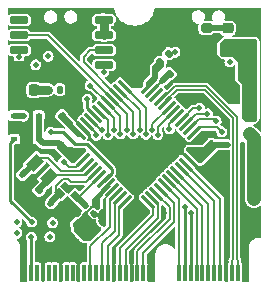
<source format=gbr>
G04 #@! TF.GenerationSoftware,KiCad,Pcbnew,(6.0.1)*
G04 #@! TF.CreationDate,2022-02-11T20:26:01+08:00*
G04 #@! TF.ProjectId,STM32_FOC_Board,53544d33-325f-4464-9f43-5f426f617264,rev?*
G04 #@! TF.SameCoordinates,Original*
G04 #@! TF.FileFunction,Copper,L1,Top*
G04 #@! TF.FilePolarity,Positive*
%FSLAX46Y46*%
G04 Gerber Fmt 4.6, Leading zero omitted, Abs format (unit mm)*
G04 Created by KiCad (PCBNEW (6.0.1)) date 2022-02-11 20:26:01*
%MOMM*%
%LPD*%
G01*
G04 APERTURE LIST*
G04 Aperture macros list*
%AMRoundRect*
0 Rectangle with rounded corners*
0 $1 Rounding radius*
0 $2 $3 $4 $5 $6 $7 $8 $9 X,Y pos of 4 corners*
0 Add a 4 corners polygon primitive as box body*
4,1,4,$2,$3,$4,$5,$6,$7,$8,$9,$2,$3,0*
0 Add four circle primitives for the rounded corners*
1,1,$1+$1,$2,$3*
1,1,$1+$1,$4,$5*
1,1,$1+$1,$6,$7*
1,1,$1+$1,$8,$9*
0 Add four rect primitives between the rounded corners*
20,1,$1+$1,$2,$3,$4,$5,0*
20,1,$1+$1,$4,$5,$6,$7,0*
20,1,$1+$1,$6,$7,$8,$9,0*
20,1,$1+$1,$8,$9,$2,$3,0*%
%AMRotRect*
0 Rectangle, with rotation*
0 The origin of the aperture is its center*
0 $1 length*
0 $2 width*
0 $3 Rotation angle, in degrees counterclockwise*
0 Add horizontal line*
21,1,$1,$2,0,0,$3*%
G04 Aperture macros list end*
G04 #@! TA.AperFunction,SMDPad,CuDef*
%ADD10RoundRect,0.218750X0.256250X-0.218750X0.256250X0.218750X-0.256250X0.218750X-0.256250X-0.218750X0*%
G04 #@! TD*
G04 #@! TA.AperFunction,SMDPad,CuDef*
%ADD11RoundRect,0.140000X-0.219203X-0.021213X-0.021213X-0.219203X0.219203X0.021213X0.021213X0.219203X0*%
G04 #@! TD*
G04 #@! TA.AperFunction,SMDPad,CuDef*
%ADD12RoundRect,0.225000X0.225000X0.250000X-0.225000X0.250000X-0.225000X-0.250000X0.225000X-0.250000X0*%
G04 #@! TD*
G04 #@! TA.AperFunction,SMDPad,CuDef*
%ADD13RoundRect,0.140000X-0.021213X0.219203X-0.219203X0.021213X0.021213X-0.219203X0.219203X-0.021213X0*%
G04 #@! TD*
G04 #@! TA.AperFunction,SMDPad,CuDef*
%ADD14RoundRect,0.218750X-0.256250X0.218750X-0.256250X-0.218750X0.256250X-0.218750X0.256250X0.218750X0*%
G04 #@! TD*
G04 #@! TA.AperFunction,SMDPad,CuDef*
%ADD15RoundRect,0.135000X0.135000X0.185000X-0.135000X0.185000X-0.135000X-0.185000X0.135000X-0.185000X0*%
G04 #@! TD*
G04 #@! TA.AperFunction,SMDPad,CuDef*
%ADD16RotRect,0.729000X0.599400X135.000000*%
G04 #@! TD*
G04 #@! TA.AperFunction,SMDPad,CuDef*
%ADD17R,0.600000X0.450000*%
G04 #@! TD*
G04 #@! TA.AperFunction,SMDPad,CuDef*
%ADD18R,0.350000X1.450000*%
G04 #@! TD*
G04 #@! TA.AperFunction,SMDPad,CuDef*
%ADD19RoundRect,0.218750X-0.218750X-0.256250X0.218750X-0.256250X0.218750X0.256250X-0.218750X0.256250X0*%
G04 #@! TD*
G04 #@! TA.AperFunction,SMDPad,CuDef*
%ADD20RotRect,0.924600X1.300500X315.000000*%
G04 #@! TD*
G04 #@! TA.AperFunction,SMDPad,CuDef*
%ADD21RoundRect,0.150000X-0.650000X-0.150000X0.650000X-0.150000X0.650000X0.150000X-0.650000X0.150000X0*%
G04 #@! TD*
G04 #@! TA.AperFunction,SMDPad,CuDef*
%ADD22R,1.300000X1.400000*%
G04 #@! TD*
G04 #@! TA.AperFunction,SMDPad,CuDef*
%ADD23RoundRect,0.135000X0.035355X-0.226274X0.226274X-0.035355X-0.035355X0.226274X-0.226274X0.035355X0*%
G04 #@! TD*
G04 #@! TA.AperFunction,SMDPad,CuDef*
%ADD24RoundRect,0.075000X-0.415425X-0.521491X0.521491X0.415425X0.415425X0.521491X-0.521491X-0.415425X0*%
G04 #@! TD*
G04 #@! TA.AperFunction,SMDPad,CuDef*
%ADD25RoundRect,0.075000X0.415425X-0.521491X0.521491X-0.415425X-0.415425X0.521491X-0.521491X0.415425X0*%
G04 #@! TD*
G04 #@! TA.AperFunction,SMDPad,CuDef*
%ADD26RoundRect,0.140000X0.219203X0.021213X0.021213X0.219203X-0.219203X-0.021213X-0.021213X-0.219203X0*%
G04 #@! TD*
G04 #@! TA.AperFunction,SMDPad,CuDef*
%ADD27RoundRect,0.225000X0.250000X-0.225000X0.250000X0.225000X-0.250000X0.225000X-0.250000X-0.225000X0*%
G04 #@! TD*
G04 #@! TA.AperFunction,SMDPad,CuDef*
%ADD28RoundRect,0.200000X-0.275000X0.200000X-0.275000X-0.200000X0.275000X-0.200000X0.275000X0.200000X0*%
G04 #@! TD*
G04 #@! TA.AperFunction,ViaPad*
%ADD29C,0.508000*%
G04 #@! TD*
G04 #@! TA.AperFunction,Conductor*
%ADD30C,0.254000*%
G04 #@! TD*
G04 #@! TA.AperFunction,Conductor*
%ADD31C,0.762000*%
G04 #@! TD*
G04 #@! TA.AperFunction,Conductor*
%ADD32C,0.203200*%
G04 #@! TD*
G04 #@! TA.AperFunction,Conductor*
%ADD33C,0.508000*%
G04 #@! TD*
G04 #@! TA.AperFunction,Conductor*
%ADD34C,1.143000*%
G04 #@! TD*
G04 #@! TA.AperFunction,Conductor*
%ADD35C,0.177800*%
G04 #@! TD*
G04 APERTURE END LIST*
D10*
X144835400Y-64871700D03*
X144835400Y-63296700D03*
D11*
X141473389Y-65903789D03*
X142152211Y-66582611D03*
D12*
X144873800Y-61595000D03*
X143323800Y-61595000D03*
D13*
X130840000Y-70851200D03*
X130161178Y-71530022D03*
D14*
X142943100Y-55879900D03*
X142943100Y-57454900D03*
D15*
X128733800Y-61072200D03*
X127713800Y-61072200D03*
D16*
X130063951Y-70084763D03*
X129284437Y-69305249D03*
X128720449Y-69869237D03*
X129499963Y-70648751D03*
D13*
X126963011Y-69612189D03*
X126284189Y-70291011D03*
D17*
X126937000Y-63271400D03*
X124837000Y-63271400D03*
D13*
X132322411Y-72279189D03*
X131643589Y-72958011D03*
D18*
X144308200Y-76638000D03*
X143808200Y-76638000D03*
X143308200Y-76638000D03*
X142808200Y-76638000D03*
X142308200Y-76638000D03*
X141808200Y-76638000D03*
X141308200Y-76638000D03*
X140808200Y-76638000D03*
X140308200Y-76638000D03*
X139808200Y-76638000D03*
X139308200Y-76638000D03*
X138808200Y-76638000D03*
X136308200Y-76638000D03*
X135808200Y-76638000D03*
X135308200Y-76638000D03*
X134808200Y-76638000D03*
X134308200Y-76638000D03*
X133808200Y-76638000D03*
X133308200Y-76638000D03*
X132808200Y-76638000D03*
X132308200Y-76638000D03*
X131808200Y-76638000D03*
X131308200Y-76638000D03*
X130808200Y-76638000D03*
X130308200Y-76638000D03*
X129808200Y-76638000D03*
X129308200Y-76638000D03*
X128808200Y-76638000D03*
X128308200Y-76638000D03*
X127808200Y-76638000D03*
X127308200Y-76638000D03*
X126808200Y-76638000D03*
X126308200Y-76638000D03*
X125808200Y-76638000D03*
D19*
X124972500Y-61087000D03*
X126547500Y-61087000D03*
D20*
X126597143Y-67258143D03*
X127818457Y-68479457D03*
D17*
X126962400Y-65278000D03*
X124862400Y-65278000D03*
D21*
X125258800Y-55194200D03*
X125258800Y-56464200D03*
X125258800Y-57734200D03*
X125258800Y-59004200D03*
X132458800Y-59004200D03*
X132458800Y-57734200D03*
X132458800Y-56464200D03*
X132458800Y-55194200D03*
D22*
X141759800Y-59563000D03*
X144659800Y-59563000D03*
D23*
X138048576Y-59720424D03*
X138769824Y-58999176D03*
D24*
X130320924Y-66708588D03*
X130674478Y-67062142D03*
X131028031Y-67415695D03*
X131381585Y-67769249D03*
X131735138Y-68122802D03*
X132088691Y-68476355D03*
X132442245Y-68829909D03*
X132795798Y-69183462D03*
X133149351Y-69537015D03*
X133502905Y-69890569D03*
X133856458Y-70244122D03*
X134210012Y-70597676D03*
D25*
X136207588Y-70597676D03*
X136561142Y-70244122D03*
X136914695Y-69890569D03*
X137268249Y-69537015D03*
X137621802Y-69183462D03*
X137975355Y-68829909D03*
X138328909Y-68476355D03*
X138682462Y-68122802D03*
X139036015Y-67769249D03*
X139389569Y-67415695D03*
X139743122Y-67062142D03*
X140096676Y-66708588D03*
D24*
X140096676Y-64711012D03*
X139743122Y-64357458D03*
X139389569Y-64003905D03*
X139036015Y-63650351D03*
X138682462Y-63296798D03*
X138328909Y-62943245D03*
X137975355Y-62589691D03*
X137621802Y-62236138D03*
X137268249Y-61882585D03*
X136914695Y-61529031D03*
X136561142Y-61175478D03*
X136207588Y-60821924D03*
D25*
X134210012Y-60821924D03*
X133856458Y-61175478D03*
X133502905Y-61529031D03*
X133149351Y-61882585D03*
X132795798Y-62236138D03*
X132442245Y-62589691D03*
X132088691Y-62943245D03*
X131735138Y-63296798D03*
X131381585Y-63650351D03*
X131028031Y-64003905D03*
X130674478Y-64357458D03*
X130320924Y-64711012D03*
D13*
X128944211Y-65852989D03*
X128265389Y-66531811D03*
D26*
X128893411Y-63280611D03*
X128214589Y-62601789D03*
D23*
X137235776Y-58755224D03*
X137957024Y-58033976D03*
D27*
X144733800Y-57442400D03*
X144733800Y-55892400D03*
D11*
X128011389Y-70653589D03*
X128690211Y-71332411D03*
X125572989Y-68256778D03*
X126251811Y-68935600D03*
D13*
X131611211Y-71567989D03*
X130932389Y-72246811D03*
D28*
X141152400Y-55842400D03*
X141152400Y-57492400D03*
D29*
X133608600Y-55560400D03*
X134218200Y-55916000D03*
X132338600Y-71410000D03*
X144403600Y-73848400D03*
X125099600Y-72324400D03*
X125099600Y-73238800D03*
X131291060Y-60731400D03*
X137520200Y-71511600D03*
X138002800Y-73848400D03*
X142949080Y-65745800D03*
X130468403Y-73299003D03*
X130831871Y-72935535D03*
X128122200Y-72349800D03*
X127893600Y-73543600D03*
X139290300Y-70978200D03*
X139826100Y-71537000D03*
X136859800Y-59472000D03*
X138053600Y-59726000D03*
X125531400Y-69936800D03*
X125556800Y-69403400D03*
X129493800Y-70648000D03*
X129316000Y-69301800D03*
X137190000Y-55077800D03*
X135945400Y-55916000D03*
X136682000Y-55585800D03*
X137266200Y-54417400D03*
X135056400Y-56068400D03*
X132643400Y-54442800D03*
X126699800Y-58964000D03*
X143133600Y-58735400D03*
X126318800Y-73569000D03*
X126344200Y-72289387D03*
X131043200Y-61885000D03*
X127969800Y-64693800D03*
X125658400Y-63322200D03*
X132465600Y-55880000D03*
X125277400Y-58318400D03*
X138485400Y-57912000D03*
X127741200Y-58252800D03*
X129366800Y-63804800D03*
X144962400Y-62433200D03*
X144962400Y-60604400D03*
X144327400Y-58623200D03*
X145165600Y-70002403D03*
X145165600Y-69469003D03*
X145165600Y-68910203D03*
X145165600Y-68376803D03*
X145165600Y-67818000D03*
X131805200Y-64947800D03*
X132318512Y-64506002D03*
X132813050Y-64903527D03*
X133308309Y-64506901D03*
X133853097Y-64832170D03*
X134394833Y-64501843D03*
X134946607Y-64815114D03*
X135493840Y-64493975D03*
X136021600Y-64846200D03*
X136556284Y-64490600D03*
X137039592Y-64901705D03*
X138002800Y-64399600D03*
X140542800Y-62636900D03*
X141228600Y-63119000D03*
X141965146Y-63754500D03*
X142447300Y-64653600D03*
X132440200Y-59588400D03*
X128731800Y-61072200D03*
X129062000Y-67183000D03*
D30*
X131043200Y-62604860D02*
X131735138Y-63296798D01*
X131043200Y-61885000D02*
X131043200Y-62604860D01*
D31*
X127699000Y-61087000D02*
X127713800Y-61072200D01*
X126547500Y-61087000D02*
X127699000Y-61087000D01*
D30*
X124540800Y-70495600D02*
X124540800Y-65599600D01*
X126334587Y-72289387D02*
X124540800Y-70495600D01*
X126344200Y-72289387D02*
X126334587Y-72289387D01*
X124540800Y-65599600D02*
X124862400Y-65278000D01*
D32*
X132795798Y-69183462D02*
X132787138Y-69183462D01*
D30*
X126318800Y-73569000D02*
X126308200Y-73579600D01*
X126308200Y-73579600D02*
X126308200Y-76638000D01*
D32*
X134308200Y-74636800D02*
X134308200Y-76638000D01*
X137012200Y-71932800D02*
X134308200Y-74636800D01*
X137012200Y-71158656D02*
X137012200Y-71932800D01*
X137032198Y-70715178D02*
X137032198Y-71138658D01*
X136561142Y-70244122D02*
X137032198Y-70715178D01*
X137032198Y-71138658D02*
X137012200Y-71158656D01*
X133808200Y-74527200D02*
X133808200Y-76638000D01*
X136631200Y-71021288D02*
X136631200Y-71704200D01*
X136207588Y-70597676D02*
X136631200Y-71021288D01*
X136631200Y-71704200D02*
X133808200Y-74527200D01*
X135308200Y-74779800D02*
X135308200Y-76638000D01*
X138028200Y-72059800D02*
X135308200Y-74779800D01*
X136914695Y-69890569D02*
X138028200Y-71004074D01*
X138028200Y-71004074D02*
X138028200Y-72059800D01*
X137039592Y-64232562D02*
X138328909Y-62943245D01*
X137039592Y-64901705D02*
X137039592Y-64232562D01*
X138002800Y-63976460D02*
X138682462Y-63296798D01*
X138002800Y-64399600D02*
X138002800Y-63976460D01*
X135808200Y-74889400D02*
X135808200Y-76638000D01*
X138409200Y-72288400D02*
X135808200Y-74889400D01*
X137268249Y-69547249D02*
X138409200Y-70688200D01*
X137268249Y-69537015D02*
X137268249Y-69547249D01*
X138409200Y-70688200D02*
X138409200Y-72288400D01*
X140571088Y-64236600D02*
X140096676Y-64711012D01*
X142030300Y-64236600D02*
X140571088Y-64236600D01*
X142447300Y-64653600D02*
X142030300Y-64236600D01*
D33*
X141631378Y-65745800D02*
X142949080Y-65745800D01*
X141473389Y-65903789D02*
X141631378Y-65745800D01*
D32*
X139290300Y-70978200D02*
X139308200Y-70996100D01*
D30*
X139308200Y-70996100D02*
X139308200Y-76638000D01*
X139808200Y-71554900D02*
X139808200Y-76638000D01*
X139826100Y-71537000D02*
X139808200Y-71554900D01*
D33*
X138017600Y-59726000D02*
X138053600Y-59726000D01*
X137418600Y-60325000D02*
X138017600Y-59726000D01*
X138053600Y-59725448D02*
X138048576Y-59720424D01*
X138053600Y-59726000D02*
X138053600Y-59725448D01*
X141473389Y-65903789D02*
X141534289Y-65842889D01*
X142905600Y-55842400D02*
X142943100Y-55879900D01*
X141152400Y-55842400D02*
X142905600Y-55842400D01*
X127292600Y-65608200D02*
X126962400Y-65278000D01*
X128699422Y-65608200D02*
X127292600Y-65608200D01*
X128944211Y-65852989D02*
X128699422Y-65608200D01*
D32*
X131291060Y-60731400D02*
X132795798Y-62236138D01*
X132440200Y-59588400D02*
X132458800Y-59569800D01*
X132458800Y-59569800D02*
X132458800Y-59004200D01*
D30*
X129036600Y-64693800D02*
X127969800Y-64693800D01*
X131043200Y-65709800D02*
X130052600Y-65709800D01*
X130052600Y-65709800D02*
X129036600Y-64693800D01*
X133151400Y-67818000D02*
X131043200Y-65709800D01*
X132442245Y-68829909D02*
X133151400Y-68120754D01*
X133151400Y-68120754D02*
X133151400Y-67818000D01*
X125658400Y-63296800D02*
X125658400Y-63322200D01*
X125683800Y-63271400D02*
X125658400Y-63296800D01*
D33*
X124837000Y-63271400D02*
X125683800Y-63271400D01*
D30*
X125258800Y-58299800D02*
X125258800Y-57734200D01*
X125277400Y-58318400D02*
X125258800Y-58299800D01*
D31*
X132458800Y-55194200D02*
X132458800Y-56464200D01*
D34*
X145169687Y-70328511D02*
X145169687Y-65205991D01*
X145169687Y-65205991D02*
X144835397Y-64871702D01*
D31*
X144835397Y-64871703D02*
X144835400Y-64871700D01*
D32*
X131805200Y-64781074D02*
X131028031Y-64003905D01*
X131805200Y-64947800D02*
X131805200Y-64781074D01*
X132237236Y-64506002D02*
X131381585Y-63650351D01*
X132318512Y-64506002D02*
X132237236Y-64506002D01*
X132813050Y-63669650D02*
X132813050Y-64903527D01*
X132795800Y-63652400D02*
X132813050Y-63669650D01*
X132559748Y-63416348D02*
X132795800Y-63652400D01*
X132559748Y-63414302D02*
X132559748Y-63416348D01*
X132088691Y-62943245D02*
X132559748Y-63414302D01*
X133308309Y-63455755D02*
X133308309Y-64506901D01*
X132442245Y-62589691D02*
X133308309Y-63455755D01*
X136556284Y-64490600D02*
X136556284Y-64008762D01*
X136556284Y-64008762D02*
X137975355Y-62589691D01*
X133853097Y-64832170D02*
X133853097Y-63293437D01*
X133853097Y-63293437D02*
X132795798Y-62236138D01*
X134394833Y-63128067D02*
X133149351Y-61882585D01*
X134394833Y-64501843D02*
X134394833Y-63128067D01*
X133502905Y-61540105D02*
X133502905Y-61529031D01*
X134946607Y-62983807D02*
X133502905Y-61540105D01*
X134946607Y-64815114D02*
X134946607Y-62983807D01*
X135493840Y-62812860D02*
X133856458Y-61175478D01*
X135493840Y-64493975D02*
X135493840Y-62812860D01*
X136047000Y-62661800D02*
X134210012Y-60824812D01*
X136047000Y-64820800D02*
X136047000Y-62661800D01*
X136021600Y-64846200D02*
X136047000Y-64820800D01*
X134210012Y-60824812D02*
X134210012Y-60821924D01*
X140498980Y-63601600D02*
X139743122Y-64357458D01*
X141965146Y-63754500D02*
X141812246Y-63601600D01*
X141812246Y-63601600D02*
X140498980Y-63601600D01*
X139036015Y-63635185D02*
X139036015Y-63650351D01*
X140542800Y-62636900D02*
X140517900Y-62661800D01*
X140517900Y-62661800D02*
X140009400Y-62661800D01*
X140009400Y-62661800D02*
X139036015Y-63635185D01*
X141228600Y-63119000D02*
X140263400Y-63119000D01*
X139389569Y-63992831D02*
X139389569Y-64003905D01*
X140263400Y-63119000D02*
X139389569Y-63992831D01*
X127730966Y-56464200D02*
X133149351Y-61882585D01*
X125258800Y-56464200D02*
X127730966Y-56464200D01*
X136568122Y-61175478D02*
X137418600Y-60325000D01*
X136561142Y-61175478D02*
X136568122Y-61175478D01*
X131028031Y-67415695D02*
X130498246Y-67945480D01*
X125549822Y-68256778D02*
X125598508Y-68256778D01*
X128808480Y-67945480D02*
X127690400Y-66827400D01*
X130498246Y-67945480D02*
X128808480Y-67945480D01*
D33*
X125598508Y-68256778D02*
X126597143Y-67258143D01*
D32*
X127027886Y-66827400D02*
X126597143Y-67258143D01*
X127690400Y-66827400D02*
X127027886Y-66827400D01*
X130875634Y-68275200D02*
X131381585Y-67769249D01*
X127818457Y-68479457D02*
X128022714Y-68275200D01*
D33*
X127818457Y-68680543D02*
X126912211Y-69586789D01*
D32*
X127818457Y-68479457D02*
X127818457Y-68680543D01*
X128022714Y-68275200D02*
X130875634Y-68275200D01*
D30*
X126937000Y-65252600D02*
X126962400Y-65278000D01*
D33*
X126937000Y-63271400D02*
X126937000Y-65252600D01*
D32*
X130120860Y-67615760D02*
X130674478Y-67062142D01*
X129494760Y-67615760D02*
X130120860Y-67615760D01*
X129062000Y-67183000D02*
X129494760Y-67615760D01*
D35*
X141134066Y-60794900D02*
X143697900Y-63358734D01*
X143808200Y-75550499D02*
X143808200Y-76638000D01*
X137424236Y-61882585D02*
X138511921Y-60794900D01*
X143697900Y-75440199D02*
X143808200Y-75550499D01*
X143697900Y-63358734D02*
X143697900Y-75440199D01*
X137268249Y-61882585D02*
X137424236Y-61882585D01*
X138511921Y-60794900D02*
X141134066Y-60794900D01*
X141018334Y-61074300D02*
X143418500Y-63474466D01*
X138627653Y-61074300D02*
X141018334Y-61074300D01*
X143308200Y-75550499D02*
X143308200Y-76638000D01*
X137621802Y-62236138D02*
X137621802Y-62080151D01*
X143418500Y-75440199D02*
X143308200Y-75550499D01*
X143418500Y-63474466D02*
X143418500Y-75440199D01*
X137621802Y-62080151D02*
X138627653Y-61074300D01*
D32*
X139403895Y-67415695D02*
X142308200Y-70320000D01*
X142308200Y-70320000D02*
X142308200Y-76638000D01*
X139389569Y-67415695D02*
X139403895Y-67415695D01*
X139036015Y-67769249D02*
X139046249Y-67769249D01*
X139046249Y-67769249D02*
X141808200Y-70531200D01*
X141808200Y-70531200D02*
X141808200Y-76638000D01*
X138682462Y-68122802D02*
X141308200Y-70748540D01*
X141308200Y-70748540D02*
X141308200Y-76638000D01*
X138328909Y-68476355D02*
X140808200Y-70955646D01*
X140808200Y-70955646D02*
X140808200Y-76638000D01*
X137975355Y-68829909D02*
X137975355Y-68831955D01*
X140308200Y-71164800D02*
X140308200Y-76638000D01*
X137975355Y-68831955D02*
X140308200Y-71164800D01*
X137621802Y-69183462D02*
X138808200Y-70369860D01*
X138808200Y-70369860D02*
X138808200Y-76638000D01*
X132808200Y-74308000D02*
X132808200Y-76638000D01*
X133761000Y-73355200D02*
X132808200Y-74308000D01*
X134210012Y-70597676D02*
X133761000Y-71046688D01*
X133761000Y-71046688D02*
X133761000Y-73355200D01*
X132308200Y-74096800D02*
X132308200Y-76638000D01*
X133385402Y-70708198D02*
X133385402Y-73019598D01*
X133849478Y-70244122D02*
X133385402Y-70708198D01*
X133385402Y-73019598D02*
X132308200Y-74096800D01*
X133856458Y-70244122D02*
X133849478Y-70244122D01*
X131297200Y-57734200D02*
X130738400Y-58293000D01*
X132458800Y-57734200D02*
X131297200Y-57734200D01*
X130738400Y-58764526D02*
X133502905Y-61529031D01*
X130738400Y-58293000D02*
X130738400Y-58764526D01*
X133502905Y-69890569D02*
X132948200Y-70445274D01*
X131308200Y-74334800D02*
X131308200Y-76638000D01*
X132948200Y-70445274D02*
X132948200Y-72694800D01*
X132948200Y-72694800D02*
X131308200Y-74334800D01*
X131735138Y-68122802D02*
X130973140Y-68884800D01*
X130973140Y-68884800D02*
X129671600Y-68884800D01*
X129011680Y-68604920D02*
X128401600Y-69215000D01*
D33*
X128011389Y-70578297D02*
X128720449Y-69869237D01*
D32*
X128011389Y-70653589D02*
X128011389Y-70578297D01*
X128401600Y-69215000D02*
X128401600Y-69550388D01*
X129671600Y-68884800D02*
X129391720Y-68604920D01*
X128401600Y-69550388D02*
X128720449Y-69869237D01*
X129391720Y-68604920D02*
X129011680Y-68604920D01*
X132086645Y-68476355D02*
X132088691Y-68476355D01*
X130900011Y-70856789D02*
X130835977Y-70856789D01*
X130063951Y-70084763D02*
X130478237Y-70084763D01*
D33*
X130835977Y-70856789D02*
X130063951Y-70084763D01*
D32*
X130478237Y-70084763D02*
X132086645Y-68476355D01*
G04 #@! TA.AperFunction,Conductor*
G36*
X132889643Y-69089171D02*
G01*
X132893657Y-69092450D01*
X133007078Y-69193270D01*
X133027946Y-69236310D01*
X133009748Y-69284174D01*
X132470568Y-69823354D01*
X132437109Y-69873429D01*
X132421393Y-69952440D01*
X132428044Y-69985875D01*
X132418712Y-70032789D01*
X132410939Y-70042261D01*
X132160800Y-70292400D01*
X132160800Y-71034127D01*
X132142494Y-71078321D01*
X132126677Y-71089813D01*
X132111565Y-71097513D01*
X132026113Y-71182965D01*
X132023881Y-71187346D01*
X132023880Y-71187347D01*
X131989682Y-71254466D01*
X131953308Y-71285533D01*
X131905620Y-71281780D01*
X131889800Y-71270286D01*
X131760518Y-71141004D01*
X131725940Y-71117900D01*
X131699491Y-71100226D01*
X131699489Y-71100225D01*
X131694372Y-71096806D01*
X131589998Y-71076045D01*
X131485624Y-71096806D01*
X131480507Y-71100225D01*
X131480505Y-71100226D01*
X131454056Y-71117900D01*
X131419478Y-71141004D01*
X131184226Y-71376256D01*
X131140028Y-71442402D01*
X131119267Y-71546776D01*
X131140028Y-71651150D01*
X131184226Y-71717296D01*
X131461904Y-71994974D01*
X131473027Y-72002406D01*
X131522931Y-72035752D01*
X131522933Y-72035753D01*
X131528050Y-72039172D01*
X131632424Y-72059933D01*
X131736798Y-72039172D01*
X131741917Y-72035752D01*
X131744183Y-72034813D01*
X131792018Y-72034814D01*
X131825843Y-72068639D01*
X131830600Y-72092556D01*
X131830600Y-72197400D01*
X131834043Y-72200843D01*
X131836622Y-72227030D01*
X131830467Y-72257976D01*
X131851228Y-72362350D01*
X131895426Y-72428496D01*
X132173104Y-72706174D01*
X132209225Y-72730310D01*
X132235799Y-72770082D01*
X132237000Y-72782275D01*
X132237000Y-72933512D01*
X132218694Y-72977706D01*
X131340906Y-73855494D01*
X131296712Y-73873800D01*
X130764837Y-73873800D01*
X130719988Y-73854830D01*
X130668012Y-73801279D01*
X129914360Y-73024789D01*
X129897334Y-72990069D01*
X129895575Y-72977706D01*
X129815821Y-72417419D01*
X129827716Y-72371086D01*
X129834210Y-72363721D01*
X130174948Y-72033631D01*
X130206242Y-72017222D01*
X130241616Y-72010186D01*
X130286765Y-72001205D01*
X130291882Y-71997786D01*
X130291884Y-71997785D01*
X130318333Y-71980111D01*
X130352911Y-71957007D01*
X130588163Y-71721755D01*
X130632361Y-71655609D01*
X130644596Y-71594101D01*
X130662406Y-71561406D01*
X130796831Y-71431182D01*
X130881326Y-71349328D01*
X130912620Y-71332919D01*
X130941673Y-71327140D01*
X130965587Y-71322383D01*
X130970704Y-71318964D01*
X130970706Y-71318963D01*
X130997155Y-71301289D01*
X131031733Y-71278185D01*
X131266985Y-71042933D01*
X131311183Y-70976787D01*
X131318191Y-70941556D01*
X131336003Y-70908859D01*
X131427480Y-70820241D01*
X131427480Y-70820240D01*
X131436932Y-70811084D01*
X131424975Y-70395537D01*
X131443255Y-70349545D01*
X132679468Y-69113332D01*
X132714823Y-69095654D01*
X132760203Y-69089171D01*
X132843305Y-69077299D01*
X132889643Y-69089171D01*
G37*
G04 #@! TD.AperFunction*
G04 #@! TA.AperFunction,Conductor*
G36*
X133150639Y-69519039D02*
G01*
X133218239Y-69586639D01*
X133236545Y-69630833D01*
X133218239Y-69675027D01*
X132755063Y-70138203D01*
X132739925Y-70157430D01*
X132738240Y-70161808D01*
X132721285Y-70205861D01*
X132702633Y-70254325D01*
X132700637Y-70253557D01*
X132692373Y-70270009D01*
X132692680Y-70270203D01*
X132690709Y-70273321D01*
X132690095Y-70274543D01*
X132689596Y-70275080D01*
X132689594Y-70275083D01*
X132685672Y-70279311D01*
X132683534Y-70284670D01*
X132679767Y-70294111D01*
X132673260Y-70306299D01*
X132664244Y-70319442D01*
X132662912Y-70325055D01*
X132662911Y-70325057D01*
X132657351Y-70348487D01*
X132654594Y-70357207D01*
X132643527Y-70384947D01*
X132642900Y-70391342D01*
X132642900Y-70402068D01*
X132641211Y-70416499D01*
X132637983Y-70430102D01*
X132638761Y-70435818D01*
X132642329Y-70462035D01*
X132642900Y-70470463D01*
X132642900Y-72542412D01*
X132624594Y-72586606D01*
X132513876Y-72697324D01*
X132469682Y-72715630D01*
X132425488Y-72697324D01*
X132410835Y-72674185D01*
X132406050Y-72660811D01*
X132406050Y-72660810D01*
X132404755Y-72657192D01*
X132378181Y-72617420D01*
X132322119Y-72561357D01*
X132307754Y-72551758D01*
X132298285Y-72543987D01*
X132057614Y-72303316D01*
X132049827Y-72293822D01*
X132049527Y-72293375D01*
X132040215Y-72270877D01*
X132038108Y-72260288D01*
X132036981Y-72245023D01*
X132038731Y-72209408D01*
X132038844Y-72207114D01*
X132036265Y-72180927D01*
X132035271Y-72176426D01*
X132033800Y-72162947D01*
X132033800Y-72092556D01*
X132029896Y-72052917D01*
X132029599Y-72051422D01*
X132029597Y-72051411D01*
X132025355Y-72030088D01*
X132025139Y-72029000D01*
X132017640Y-72001526D01*
X131969527Y-71924955D01*
X131935702Y-71891130D01*
X131880187Y-71851739D01*
X131792022Y-71831614D01*
X131766525Y-71831613D01*
X131744187Y-71831613D01*
X131741174Y-71832213D01*
X131741169Y-71832213D01*
X131699914Y-71840422D01*
X131697265Y-71840422D01*
X131697156Y-71839876D01*
X131694406Y-71840423D01*
X131694405Y-71840423D01*
X131644618Y-71850326D01*
X131620235Y-71850327D01*
X131619531Y-71850187D01*
X131596998Y-71840854D01*
X131596552Y-71840556D01*
X131587081Y-71832783D01*
X131346414Y-71592116D01*
X131338627Y-71582622D01*
X131338327Y-71582175D01*
X131329013Y-71559670D01*
X131328873Y-71558966D01*
X131328873Y-71534586D01*
X131329013Y-71533882D01*
X131338328Y-71511376D01*
X131338627Y-71510930D01*
X131346414Y-71501436D01*
X131544658Y-71303192D01*
X131554152Y-71295405D01*
X131554599Y-71295105D01*
X131577104Y-71285791D01*
X131577808Y-71285651D01*
X131602188Y-71285651D01*
X131602892Y-71285791D01*
X131625397Y-71295105D01*
X131625844Y-71295405D01*
X131635338Y-71303192D01*
X131746116Y-71413970D01*
X131770361Y-71434678D01*
X131774617Y-71437770D01*
X131785521Y-71445693D01*
X131785535Y-71445702D01*
X131786181Y-71446172D01*
X131786856Y-71446612D01*
X131786866Y-71446619D01*
X131799760Y-71455026D01*
X131803363Y-71457375D01*
X131807463Y-71458656D01*
X131807466Y-71458658D01*
X131886328Y-71483307D01*
X131889678Y-71484354D01*
X131893175Y-71484629D01*
X131893179Y-71484630D01*
X131920118Y-71486750D01*
X131937366Y-71488107D01*
X131939988Y-71487871D01*
X131939991Y-71487871D01*
X131979986Y-71484271D01*
X132005168Y-71482004D01*
X132056676Y-71455026D01*
X132082173Y-71441672D01*
X132082175Y-71441671D01*
X132085277Y-71440046D01*
X132114879Y-71414763D01*
X132119319Y-71410971D01*
X132119320Y-71410970D01*
X132121651Y-71408979D01*
X132170735Y-71346715D01*
X132188060Y-71312712D01*
X132199554Y-71296892D01*
X132230877Y-71265569D01*
X132242415Y-71256473D01*
X132245070Y-71254846D01*
X132245078Y-71254841D01*
X132246117Y-71254204D01*
X132261934Y-71242712D01*
X132277895Y-71229836D01*
X132330226Y-71156083D01*
X132348532Y-71111889D01*
X132364000Y-71034127D01*
X132364000Y-70402456D01*
X132382306Y-70358262D01*
X132554623Y-70185945D01*
X132555140Y-70185375D01*
X132567502Y-70171736D01*
X132567512Y-70171724D01*
X132568019Y-70171165D01*
X132575792Y-70161693D01*
X132618007Y-70072432D01*
X132627339Y-70025518D01*
X132627339Y-69979839D01*
X132645645Y-69935645D01*
X133062251Y-69519039D01*
X133106445Y-69500733D01*
X133150639Y-69519039D01*
G37*
G04 #@! TD.AperFunction*
G04 #@! TA.AperFunction,Conductor*
G36*
X145271432Y-56821001D02*
G01*
X145284435Y-56823587D01*
X145301803Y-56827042D01*
X145324332Y-56836374D01*
X145350080Y-56853578D01*
X145359551Y-56861351D01*
X145403449Y-56905249D01*
X145411222Y-56914720D01*
X145428426Y-56940468D01*
X145437758Y-56962997D01*
X145443799Y-56993366D01*
X145445000Y-57005560D01*
X145445000Y-63517440D01*
X145443799Y-63529634D01*
X145437758Y-63560003D01*
X145428426Y-63582532D01*
X145411222Y-63608280D01*
X145403449Y-63617751D01*
X145232551Y-63788649D01*
X145223080Y-63796422D01*
X145197332Y-63813626D01*
X145174803Y-63822958D01*
X145157435Y-63826413D01*
X145144432Y-63828999D01*
X145132240Y-63830200D01*
X144538560Y-63830200D01*
X144526368Y-63828999D01*
X144513365Y-63826413D01*
X144495997Y-63822958D01*
X144473468Y-63813626D01*
X144447720Y-63796422D01*
X144438249Y-63788649D01*
X144216551Y-63566951D01*
X144208778Y-63557480D01*
X144191574Y-63531732D01*
X144182242Y-63509203D01*
X144176201Y-63478834D01*
X144175000Y-63466640D01*
X144175000Y-60682405D01*
X144165333Y-60633804D01*
X144137803Y-60592603D01*
X143835551Y-60290351D01*
X143827778Y-60280880D01*
X143810574Y-60255132D01*
X143801242Y-60232603D01*
X143795201Y-60202234D01*
X143794000Y-60190040D01*
X143794000Y-58777405D01*
X143784333Y-58728804D01*
X143756803Y-58687603D01*
X143424797Y-58355597D01*
X143403832Y-58341588D01*
X143388715Y-58331487D01*
X143388713Y-58331486D01*
X143383596Y-58328067D01*
X143362496Y-58323870D01*
X143337078Y-58318814D01*
X143327803Y-58315796D01*
X143327558Y-58315637D01*
X143324557Y-58314740D01*
X143324537Y-58314733D01*
X143223850Y-58284622D01*
X143201948Y-58278072D01*
X143136396Y-58277671D01*
X143075297Y-58277298D01*
X143075296Y-58277298D01*
X143070844Y-58277271D01*
X142944785Y-58313299D01*
X142944428Y-58313524D01*
X142921585Y-58318400D01*
X142582760Y-58318400D01*
X142570568Y-58317199D01*
X142557565Y-58314613D01*
X142540197Y-58311158D01*
X142517668Y-58301826D01*
X142491920Y-58284622D01*
X142482449Y-58276849D01*
X142311551Y-58105951D01*
X142303778Y-58096480D01*
X142286574Y-58070732D01*
X142277242Y-58048203D01*
X142271201Y-58017834D01*
X142270000Y-58005640D01*
X142270000Y-57234160D01*
X142271201Y-57221966D01*
X142277242Y-57191597D01*
X142286574Y-57169068D01*
X142303778Y-57143320D01*
X142311551Y-57133849D01*
X142584049Y-56861351D01*
X142593520Y-56853578D01*
X142619268Y-56836374D01*
X142641797Y-56827042D01*
X142659165Y-56823587D01*
X142672168Y-56821001D01*
X142684360Y-56819800D01*
X145259240Y-56819800D01*
X145271432Y-56821001D01*
G37*
G04 #@! TD.AperFunction*
G04 #@! TA.AperFunction,Conductor*
G36*
X137335306Y-58666906D02*
G01*
X137501894Y-58833494D01*
X137520200Y-58877688D01*
X137520200Y-59130712D01*
X137501894Y-59174906D01*
X137019639Y-59657161D01*
X137014133Y-59665401D01*
X137012200Y-59675121D01*
X137012200Y-60090157D01*
X137008669Y-60110866D01*
X136978057Y-60198033D01*
X136963282Y-60221518D01*
X136370106Y-60814694D01*
X136325912Y-60833000D01*
X136174488Y-60833000D01*
X136130294Y-60814694D01*
X136014506Y-60698906D01*
X135996200Y-60654712D01*
X135996200Y-60477888D01*
X136014506Y-60433694D01*
X136522161Y-59926039D01*
X136527667Y-59917799D01*
X136529600Y-59908079D01*
X136529600Y-59157088D01*
X136547906Y-59112894D01*
X136993894Y-58666906D01*
X137038088Y-58648600D01*
X137291112Y-58648600D01*
X137335306Y-58666906D01*
G37*
G04 #@! TD.AperFunction*
G04 #@! TA.AperFunction,Conductor*
G36*
X141704106Y-65385206D02*
G01*
X142048494Y-65729594D01*
X142066800Y-65773788D01*
X142066800Y-65925212D01*
X142048494Y-65969406D01*
X140713506Y-67304394D01*
X140669312Y-67322700D01*
X140529776Y-67322700D01*
X140485582Y-67304394D01*
X139495488Y-66314300D01*
X139476261Y-66299162D01*
X139465252Y-66294925D01*
X139430582Y-66261969D01*
X139425200Y-66236596D01*
X139425200Y-66103988D01*
X139443506Y-66059794D01*
X139533894Y-65969406D01*
X139578088Y-65951100D01*
X140822200Y-65951100D01*
X141388094Y-65385206D01*
X141432288Y-65366900D01*
X141659912Y-65366900D01*
X141704106Y-65385206D01*
G37*
G04 #@! TD.AperFunction*
G04 #@! TA.AperFunction,Conductor*
G36*
X129039802Y-63040580D02*
G01*
X129077776Y-63058576D01*
X129857389Y-63838189D01*
X129875695Y-63882383D01*
X129875199Y-63887784D01*
X129874206Y-63890364D01*
X129874297Y-63994188D01*
X129911758Y-64091018D01*
X129914671Y-64094700D01*
X129925512Y-64108404D01*
X129925517Y-64108410D01*
X129926636Y-64109824D01*
X130643812Y-64827000D01*
X130662118Y-64871194D01*
X130643812Y-64915388D01*
X130477306Y-65081894D01*
X130433112Y-65100200D01*
X130307088Y-65100200D01*
X130262894Y-65081894D01*
X128601015Y-63420015D01*
X128582709Y-63375821D01*
X128583192Y-63368069D01*
X128601848Y-63218815D01*
X128622708Y-63179531D01*
X128777350Y-63044219D01*
X128787599Y-63035251D01*
X128834974Y-63020097D01*
X129039802Y-63040580D01*
G37*
G04 #@! TD.AperFunction*
G04 #@! TA.AperFunction,Conductor*
G36*
X129015432Y-65533201D02*
G01*
X129028435Y-65535787D01*
X129045803Y-65539242D01*
X129068332Y-65548574D01*
X129094080Y-65565778D01*
X129103551Y-65573551D01*
X129456603Y-65926603D01*
X129477568Y-65940612D01*
X129492685Y-65950713D01*
X129492687Y-65950714D01*
X129497804Y-65954133D01*
X129519097Y-65958368D01*
X129543392Y-65963201D01*
X129543395Y-65963201D01*
X129546405Y-65963800D01*
X129814394Y-65963800D01*
X129845644Y-65972173D01*
X129872184Y-65987497D01*
X129872387Y-65987614D01*
X129876983Y-65990543D01*
X129888209Y-65998403D01*
X129910684Y-66014140D01*
X129916864Y-66015796D01*
X129917009Y-66015835D01*
X129932077Y-66022076D01*
X129937749Y-66025351D01*
X129943133Y-66026300D01*
X129943135Y-66026301D01*
X129978270Y-66032496D01*
X129983592Y-66033676D01*
X130023333Y-66044324D01*
X130064322Y-66040738D01*
X130069770Y-66040500D01*
X130814612Y-66040500D01*
X130858806Y-66058806D01*
X130900049Y-66100049D01*
X130907822Y-66109520D01*
X130925026Y-66135268D01*
X130934358Y-66157797D01*
X130940399Y-66188166D01*
X130941600Y-66200360D01*
X130941600Y-66269054D01*
X130921551Y-66313739D01*
X130922112Y-66314300D01*
X129995518Y-67240894D01*
X129951324Y-67259200D01*
X129781160Y-67259200D01*
X129768968Y-67257999D01*
X129755965Y-67255413D01*
X129738597Y-67251958D01*
X129716068Y-67242626D01*
X129690320Y-67225422D01*
X129680849Y-67217649D01*
X129504998Y-67041798D01*
X129492297Y-67023473D01*
X129453400Y-66937924D01*
X129453399Y-66937922D01*
X129451556Y-66933869D01*
X129365975Y-66834547D01*
X129284949Y-66782028D01*
X129259697Y-66765660D01*
X129259694Y-66765659D01*
X129255958Y-66763237D01*
X129251693Y-66761962D01*
X129251692Y-66761961D01*
X129241230Y-66758832D01*
X129228965Y-66755165D01*
X129202679Y-66739479D01*
X128519351Y-66056151D01*
X128511578Y-66046680D01*
X128494374Y-66020932D01*
X128485042Y-65998403D01*
X128479001Y-65968034D01*
X128477800Y-65955840D01*
X128477800Y-65819360D01*
X128479001Y-65807166D01*
X128485042Y-65776797D01*
X128494374Y-65754268D01*
X128511578Y-65728520D01*
X128519351Y-65719049D01*
X128664849Y-65573551D01*
X128674320Y-65565778D01*
X128700068Y-65548574D01*
X128722597Y-65539242D01*
X128739965Y-65535787D01*
X128752968Y-65533201D01*
X128765160Y-65532000D01*
X129003240Y-65532000D01*
X129015432Y-65533201D01*
G37*
G04 #@! TD.AperFunction*
G04 #@! TA.AperFunction,Conductor*
G36*
X127622813Y-56787806D02*
G01*
X131072722Y-60237716D01*
X131091028Y-60281910D01*
X131072722Y-60326104D01*
X131061879Y-60334768D01*
X130991365Y-60379259D01*
X130988422Y-60382591D01*
X130988420Y-60382593D01*
X130907524Y-60474191D01*
X130904577Y-60477528D01*
X130848858Y-60596205D01*
X130828688Y-60725751D01*
X130829265Y-60730164D01*
X130829265Y-60730166D01*
X130832668Y-60756190D01*
X130845687Y-60855750D01*
X130847480Y-60859825D01*
X130885317Y-60945815D01*
X130898490Y-60975754D01*
X130901354Y-60979161D01*
X130979988Y-61072708D01*
X130979991Y-61072711D01*
X130982851Y-61076113D01*
X131091989Y-61148762D01*
X131217130Y-61187859D01*
X131221580Y-61187941D01*
X131221583Y-61187941D01*
X131292386Y-61189238D01*
X131335435Y-61207534D01*
X131871198Y-61743297D01*
X131889504Y-61787491D01*
X131871198Y-61831685D01*
X131865782Y-61836506D01*
X131859029Y-61841849D01*
X131694403Y-62006475D01*
X131679265Y-62025701D01*
X131653194Y-62093442D01*
X131646316Y-62111313D01*
X131610538Y-62147154D01*
X131529956Y-62178329D01*
X131482134Y-62177202D01*
X131449115Y-62142590D01*
X131451159Y-62092788D01*
X131468301Y-62057407D01*
X131483717Y-62025587D01*
X131486933Y-62006475D01*
X131494553Y-61961180D01*
X131505469Y-61896298D01*
X131505607Y-61885000D01*
X131487021Y-61755218D01*
X131455459Y-61685802D01*
X131434600Y-61639924D01*
X131434599Y-61639922D01*
X131432756Y-61635869D01*
X131347175Y-61536547D01*
X131237158Y-61465237D01*
X131111548Y-61427672D01*
X131045996Y-61427272D01*
X130984897Y-61426898D01*
X130984896Y-61426898D01*
X130980444Y-61426871D01*
X130854385Y-61462899D01*
X130743505Y-61532859D01*
X130740562Y-61536191D01*
X130740560Y-61536193D01*
X130688929Y-61594655D01*
X130656717Y-61631128D01*
X130600998Y-61749805D01*
X130580828Y-61879351D01*
X130581405Y-61883764D01*
X130581405Y-61883766D01*
X130583044Y-61896298D01*
X130597827Y-62009350D01*
X130599620Y-62013425D01*
X130647657Y-62122597D01*
X130650630Y-62129354D01*
X130653494Y-62132761D01*
X130653497Y-62132766D01*
X130697842Y-62185520D01*
X130712500Y-62225736D01*
X130712500Y-62587690D01*
X130712262Y-62593137D01*
X130708676Y-62634127D01*
X130716170Y-62662095D01*
X130719324Y-62673867D01*
X130720504Y-62679190D01*
X130726342Y-62712296D01*
X130727649Y-62719711D01*
X130730924Y-62725383D01*
X130737165Y-62740451D01*
X130738860Y-62746776D01*
X130741995Y-62751253D01*
X130762457Y-62780477D01*
X130765386Y-62785074D01*
X130774321Y-62800549D01*
X130785961Y-62820709D01*
X130790145Y-62824220D01*
X130792805Y-62827390D01*
X130807189Y-62873011D01*
X130789121Y-62911757D01*
X130633743Y-63067135D01*
X130618605Y-63086361D01*
X130585656Y-63171973D01*
X130549878Y-63207814D01*
X130468003Y-63239489D01*
X130468001Y-63239490D01*
X130463620Y-63241185D01*
X130444815Y-63256063D01*
X130280189Y-63420689D01*
X130265051Y-63439915D01*
X130227759Y-63536811D01*
X130227850Y-63640635D01*
X130265311Y-63737465D01*
X130268224Y-63741147D01*
X130279065Y-63754851D01*
X130279070Y-63754857D01*
X130280189Y-63756271D01*
X131275665Y-64751747D01*
X131294892Y-64766885D01*
X131299270Y-64768570D01*
X131318798Y-64776086D01*
X131353468Y-64809044D01*
X131358105Y-64844030D01*
X131355444Y-64861119D01*
X131342828Y-64942151D01*
X131343405Y-64946564D01*
X131343405Y-64946566D01*
X131347322Y-64976521D01*
X131359827Y-65072150D01*
X131361620Y-65076225D01*
X131410586Y-65187508D01*
X131412630Y-65192154D01*
X131415494Y-65195561D01*
X131494128Y-65289108D01*
X131494131Y-65289111D01*
X131496991Y-65292513D01*
X131606129Y-65365162D01*
X131731270Y-65404259D01*
X131735720Y-65404341D01*
X131735723Y-65404341D01*
X131857907Y-65406580D01*
X131857910Y-65406580D01*
X131862354Y-65406661D01*
X131988844Y-65372176D01*
X132000268Y-65365162D01*
X132096779Y-65305905D01*
X132096782Y-65305902D01*
X132100571Y-65303576D01*
X132188553Y-65206375D01*
X132231594Y-65117537D01*
X132243775Y-65092396D01*
X132243776Y-65092394D01*
X132245717Y-65088387D01*
X132247861Y-65075648D01*
X132252143Y-65050194D01*
X132277528Y-65009650D01*
X132324147Y-64998930D01*
X132364691Y-65024315D01*
X132370983Y-65035389D01*
X132385549Y-65068494D01*
X132417886Y-65141985D01*
X132420480Y-65147881D01*
X132428744Y-65157712D01*
X132501978Y-65244835D01*
X132501981Y-65244838D01*
X132504841Y-65248240D01*
X132613979Y-65320889D01*
X132739120Y-65359986D01*
X132743570Y-65360068D01*
X132743573Y-65360068D01*
X132865757Y-65362307D01*
X132865760Y-65362307D01*
X132870204Y-65362388D01*
X132996694Y-65327903D01*
X133005955Y-65322217D01*
X133104629Y-65261632D01*
X133104632Y-65261629D01*
X133108421Y-65259303D01*
X133187139Y-65172337D01*
X133193416Y-65165402D01*
X133196403Y-65162102D01*
X133237161Y-65077976D01*
X133251625Y-65048123D01*
X133251626Y-65048121D01*
X133253567Y-65044114D01*
X133254510Y-65038513D01*
X133258118Y-65017065D01*
X133283503Y-64976521D01*
X133320896Y-64964945D01*
X133365463Y-64965762D01*
X133365464Y-64965762D01*
X133365457Y-64966139D01*
X133409045Y-64978141D01*
X133427863Y-65002290D01*
X133458080Y-65070962D01*
X133460527Y-65076524D01*
X133463391Y-65079931D01*
X133542025Y-65173478D01*
X133542028Y-65173481D01*
X133544888Y-65176883D01*
X133654026Y-65249532D01*
X133779167Y-65288629D01*
X133783617Y-65288711D01*
X133783620Y-65288711D01*
X133905804Y-65290950D01*
X133905807Y-65290950D01*
X133910251Y-65291031D01*
X134024769Y-65259810D01*
X134032446Y-65257717D01*
X134036741Y-65256546D01*
X134040533Y-65254218D01*
X134144676Y-65190275D01*
X134144679Y-65190272D01*
X134148468Y-65187946D01*
X134236450Y-65090745D01*
X134283368Y-64993905D01*
X134319111Y-64962115D01*
X134340759Y-64958666D01*
X134447540Y-64960623D01*
X134447543Y-64960623D01*
X134451987Y-64960704D01*
X134456280Y-64959534D01*
X134460698Y-64958983D01*
X134461037Y-64961706D01*
X134499820Y-64966654D01*
X134525993Y-64995733D01*
X134548127Y-65046036D01*
X134554037Y-65059468D01*
X134556901Y-65062875D01*
X134635535Y-65156422D01*
X134635538Y-65156425D01*
X134638398Y-65159827D01*
X134747536Y-65232476D01*
X134872677Y-65271573D01*
X134877127Y-65271655D01*
X134877130Y-65271655D01*
X134999314Y-65273894D01*
X134999317Y-65273894D01*
X135003761Y-65273975D01*
X135130251Y-65239490D01*
X135134043Y-65237162D01*
X135238186Y-65173219D01*
X135238189Y-65173216D01*
X135241978Y-65170890D01*
X135329960Y-65073689D01*
X135342347Y-65048123D01*
X135362717Y-65006077D01*
X135372514Y-64985856D01*
X135408257Y-64954066D01*
X135429904Y-64950617D01*
X135476513Y-64951471D01*
X135528610Y-64952426D01*
X135572462Y-64971539D01*
X135584672Y-64989744D01*
X135624408Y-65080050D01*
X135629030Y-65090554D01*
X135631894Y-65093961D01*
X135710528Y-65187508D01*
X135710531Y-65187511D01*
X135713391Y-65190913D01*
X135822529Y-65263562D01*
X135947670Y-65302659D01*
X135952120Y-65302741D01*
X135952123Y-65302741D01*
X136074307Y-65304980D01*
X136074310Y-65304980D01*
X136078754Y-65305061D01*
X136205244Y-65270576D01*
X136219811Y-65261632D01*
X136313179Y-65204305D01*
X136313182Y-65204302D01*
X136316971Y-65201976D01*
X136404953Y-65104775D01*
X136462117Y-64986787D01*
X136463313Y-64987366D01*
X136490902Y-64954715D01*
X136520713Y-64947762D01*
X136523224Y-64947808D01*
X136530287Y-64947937D01*
X136574139Y-64967048D01*
X136591115Y-65002321D01*
X136594219Y-65026055D01*
X136596012Y-65030130D01*
X136632239Y-65112461D01*
X136647022Y-65146059D01*
X136655608Y-65156273D01*
X136728520Y-65243013D01*
X136728523Y-65243016D01*
X136731383Y-65246418D01*
X136840521Y-65319067D01*
X136965662Y-65358164D01*
X136970112Y-65358246D01*
X136970115Y-65358246D01*
X137092299Y-65360485D01*
X137092302Y-65360485D01*
X137096746Y-65360566D01*
X137223236Y-65326081D01*
X137227028Y-65323753D01*
X137331171Y-65259810D01*
X137331174Y-65259807D01*
X137334963Y-65257481D01*
X137422945Y-65160280D01*
X137480109Y-65042292D01*
X137483103Y-65024500D01*
X137494125Y-64958983D01*
X137501861Y-64913003D01*
X137501945Y-64906140D01*
X137501970Y-64904119D01*
X137501970Y-64904113D01*
X137501999Y-64901705D01*
X137483413Y-64771923D01*
X137435367Y-64666251D01*
X137430992Y-64656629D01*
X137430991Y-64656627D01*
X137429148Y-64652574D01*
X137360043Y-64572374D01*
X137344892Y-64531578D01*
X137344892Y-64384909D01*
X137363198Y-64340715D01*
X137447517Y-64256396D01*
X137491711Y-64238090D01*
X137535905Y-64256396D01*
X137554211Y-64300590D01*
X137553467Y-64310205D01*
X137540428Y-64393951D01*
X137541005Y-64398364D01*
X137541005Y-64398366D01*
X137542644Y-64410898D01*
X137557427Y-64523950D01*
X137559220Y-64528025D01*
X137601204Y-64623440D01*
X137610230Y-64643954D01*
X137613094Y-64647361D01*
X137691728Y-64740908D01*
X137691731Y-64740911D01*
X137694591Y-64744313D01*
X137803729Y-64816962D01*
X137928870Y-64856059D01*
X137933320Y-64856141D01*
X137933323Y-64856141D01*
X138055507Y-64858380D01*
X138055510Y-64858380D01*
X138059954Y-64858461D01*
X138186444Y-64823976D01*
X138197868Y-64816962D01*
X138294379Y-64757705D01*
X138294382Y-64757702D01*
X138298171Y-64755376D01*
X138386153Y-64658175D01*
X138443317Y-64540187D01*
X138452416Y-64486104D01*
X138477801Y-64445560D01*
X138524420Y-64434840D01*
X138536498Y-64438145D01*
X138557636Y-64446280D01*
X138593478Y-64482058D01*
X138615967Y-64540187D01*
X138626849Y-64568316D01*
X138641727Y-64587121D01*
X138806353Y-64751747D01*
X138825579Y-64766885D01*
X138842855Y-64773534D01*
X138911190Y-64799834D01*
X138947031Y-64835612D01*
X138976972Y-64913003D01*
X138980402Y-64921869D01*
X138995280Y-64940674D01*
X139159906Y-65105300D01*
X139179132Y-65120438D01*
X139263515Y-65152914D01*
X139264744Y-65153387D01*
X139300585Y-65189165D01*
X139332161Y-65270782D01*
X139333956Y-65275423D01*
X139348834Y-65294228D01*
X139513460Y-65458854D01*
X139532686Y-65473992D01*
X139629582Y-65511284D01*
X139635351Y-65511279D01*
X139681856Y-65511238D01*
X139733406Y-65511193D01*
X139830236Y-65473732D01*
X139847595Y-65459999D01*
X139847622Y-65459978D01*
X139847628Y-65459973D01*
X139849042Y-65458854D01*
X140747690Y-64560206D01*
X140791884Y-64541900D01*
X141877953Y-64541900D01*
X141922146Y-64560205D01*
X141967232Y-64605291D01*
X141984614Y-64647992D01*
X141984928Y-64647951D01*
X141985505Y-64652364D01*
X141985505Y-64652365D01*
X141985741Y-64654168D01*
X142001927Y-64777950D01*
X142003720Y-64782025D01*
X142041282Y-64867390D01*
X142054730Y-64897954D01*
X142057594Y-64901361D01*
X142136228Y-64994908D01*
X142136231Y-64994911D01*
X142139091Y-64998313D01*
X142248229Y-65070962D01*
X142373370Y-65110059D01*
X142377820Y-65110141D01*
X142377823Y-65110141D01*
X142500007Y-65112380D01*
X142500010Y-65112380D01*
X142504454Y-65112461D01*
X142630944Y-65077976D01*
X142634736Y-65075648D01*
X142738879Y-65011705D01*
X142738882Y-65011702D01*
X142742671Y-65009376D01*
X142830653Y-64912175D01*
X142887817Y-64794187D01*
X142890771Y-64776633D01*
X142909169Y-64667274D01*
X142909569Y-64664898D01*
X142909707Y-64653600D01*
X142891121Y-64523818D01*
X142856964Y-64448693D01*
X142838700Y-64408524D01*
X142838699Y-64408522D01*
X142836856Y-64404469D01*
X142751275Y-64305147D01*
X142641258Y-64233837D01*
X142515648Y-64196272D01*
X142446818Y-64195852D01*
X142403007Y-64177548D01*
X142338302Y-64112842D01*
X142319997Y-64068649D01*
X142336160Y-64026707D01*
X142345512Y-64016375D01*
X142348499Y-64013075D01*
X142405663Y-63895087D01*
X142406487Y-63890193D01*
X142421473Y-63801118D01*
X142427415Y-63765798D01*
X142427553Y-63754500D01*
X142408967Y-63624718D01*
X142381834Y-63565043D01*
X142356546Y-63509424D01*
X142356545Y-63509422D01*
X142354702Y-63505369D01*
X142269121Y-63406047D01*
X142159104Y-63334737D01*
X142033494Y-63297172D01*
X141967942Y-63296771D01*
X141906843Y-63296398D01*
X141906842Y-63296398D01*
X141902390Y-63296371D01*
X141898109Y-63297595D01*
X141893697Y-63298199D01*
X141893468Y-63296529D01*
X141872695Y-63296976D01*
X141872573Y-63296927D01*
X141866178Y-63296300D01*
X141855452Y-63296300D01*
X141841021Y-63294611D01*
X141833031Y-63292715D01*
X141827418Y-63291383D01*
X141795485Y-63295729D01*
X141787057Y-63296300D01*
X141736834Y-63296300D01*
X141692640Y-63277994D01*
X141674334Y-63233800D01*
X141675200Y-63223431D01*
X141684117Y-63170428D01*
X141690869Y-63130298D01*
X141690952Y-63123529D01*
X141690978Y-63121414D01*
X141690978Y-63121408D01*
X141691007Y-63119000D01*
X141672421Y-62989218D01*
X141645289Y-62929544D01*
X141620000Y-62873924D01*
X141619999Y-62873922D01*
X141618156Y-62869869D01*
X141532575Y-62770547D01*
X141422558Y-62699237D01*
X141296948Y-62661672D01*
X141231396Y-62661271D01*
X141170297Y-62660898D01*
X141170296Y-62660898D01*
X141165844Y-62660871D01*
X141083707Y-62684346D01*
X141036185Y-62678889D01*
X141006439Y-62641427D01*
X141004666Y-62633119D01*
X140986621Y-62507118D01*
X140938811Y-62401966D01*
X140934200Y-62391824D01*
X140934199Y-62391822D01*
X140932356Y-62387769D01*
X140846775Y-62288447D01*
X140736758Y-62217137D01*
X140611148Y-62179572D01*
X140545596Y-62179171D01*
X140484497Y-62178798D01*
X140484496Y-62178798D01*
X140480044Y-62178771D01*
X140353985Y-62214799D01*
X140243105Y-62284759D01*
X140240161Y-62288093D01*
X140240157Y-62288096D01*
X140198405Y-62335372D01*
X140151559Y-62356500D01*
X140065369Y-62356500D01*
X140059132Y-62356042D01*
X140054771Y-62354545D01*
X140004610Y-62356428D01*
X140003859Y-62356456D01*
X140001515Y-62356500D01*
X139981007Y-62356500D01*
X139978174Y-62357028D01*
X139975309Y-62357292D01*
X139975301Y-62357207D01*
X139970948Y-62357691D01*
X139963289Y-62357979D01*
X139941118Y-62358811D01*
X139935818Y-62361088D01*
X139926477Y-62365101D01*
X139913250Y-62369119D01*
X139903263Y-62370979D01*
X139903262Y-62370979D01*
X139897589Y-62372036D01*
X139872168Y-62387706D01*
X139864066Y-62391915D01*
X139836621Y-62403706D01*
X139831656Y-62407785D01*
X139824074Y-62415367D01*
X139812676Y-62424377D01*
X139800772Y-62431715D01*
X139797279Y-62436309D01*
X139781262Y-62457372D01*
X139775706Y-62463735D01*
X139522067Y-62717373D01*
X139477873Y-62735679D01*
X139431233Y-62714756D01*
X139430304Y-62713582D01*
X139265678Y-62548956D01*
X139246452Y-62533818D01*
X139188533Y-62511527D01*
X139160841Y-62500869D01*
X139125000Y-62465091D01*
X139093325Y-62383217D01*
X139093324Y-62383215D01*
X139091629Y-62378834D01*
X139076751Y-62360029D01*
X138912125Y-62195403D01*
X138892899Y-62180265D01*
X138807287Y-62147316D01*
X138771446Y-62111538D01*
X138739771Y-62029663D01*
X138739770Y-62029661D01*
X138738075Y-62025280D01*
X138723197Y-62006475D01*
X138558571Y-61841849D01*
X138539345Y-61826711D01*
X138484183Y-61805481D01*
X138453734Y-61793762D01*
X138417894Y-61757987D01*
X138415808Y-61752596D01*
X138416933Y-61704774D01*
X138429903Y-61685848D01*
X138730545Y-61385206D01*
X138774739Y-61366900D01*
X140871247Y-61366900D01*
X140915441Y-61385206D01*
X143107594Y-63577359D01*
X143125900Y-63621553D01*
X143125900Y-65236332D01*
X143107594Y-65280526D01*
X143063400Y-65298832D01*
X143044555Y-65295923D01*
X143024891Y-65289705D01*
X143024892Y-65289705D01*
X143021489Y-65288629D01*
X143017934Y-65288349D01*
X143017933Y-65288349D01*
X143016006Y-65288197D01*
X143015995Y-65288197D01*
X143014768Y-65288100D01*
X142956759Y-65288100D01*
X142956377Y-65288099D01*
X142886324Y-65287671D01*
X142885211Y-65287989D01*
X142883582Y-65288100D01*
X141920256Y-65288100D01*
X141876062Y-65269794D01*
X141847790Y-65241522D01*
X141830558Y-65230008D01*
X141784423Y-65199181D01*
X141784421Y-65199180D01*
X141781868Y-65197474D01*
X141769933Y-65192530D01*
X141748108Y-65183490D01*
X141737674Y-65179168D01*
X141734669Y-65178570D01*
X141734665Y-65178569D01*
X141662925Y-65164299D01*
X141662922Y-65164299D01*
X141659912Y-65163700D01*
X141432288Y-65163700D01*
X141429278Y-65164299D01*
X141429275Y-65164299D01*
X141357535Y-65178569D01*
X141357531Y-65178570D01*
X141354526Y-65179168D01*
X141344092Y-65183490D01*
X141322268Y-65192530D01*
X141310332Y-65197474D01*
X141307779Y-65199180D01*
X141307777Y-65199181D01*
X141261642Y-65230008D01*
X141244410Y-65241522D01*
X140756338Y-65729594D01*
X140712144Y-65747900D01*
X139578088Y-65747900D01*
X139575078Y-65748499D01*
X139575075Y-65748499D01*
X139503335Y-65762769D01*
X139503331Y-65762770D01*
X139500326Y-65763368D01*
X139456132Y-65781674D01*
X139390210Y-65825722D01*
X139299822Y-65916110D01*
X139255774Y-65982032D01*
X139237468Y-66026226D01*
X139236870Y-66029231D01*
X139236869Y-66029235D01*
X139227534Y-66076166D01*
X139222000Y-66103988D01*
X139222000Y-66236596D01*
X139226423Y-66278760D01*
X139231805Y-66304133D01*
X139240547Y-66333920D01*
X139243152Y-66337841D01*
X139243153Y-66337844D01*
X139288644Y-66406326D01*
X139290585Y-66409248D01*
X139325255Y-66442204D01*
X139327848Y-66443843D01*
X139333895Y-66447666D01*
X139347180Y-66458937D01*
X139347703Y-66459525D01*
X139348834Y-66460954D01*
X140344310Y-67456430D01*
X140363537Y-67471568D01*
X140374118Y-67475640D01*
X140388918Y-67481336D01*
X140401195Y-67487699D01*
X140407820Y-67492126D01*
X140410654Y-67493300D01*
X140410656Y-67493301D01*
X140410661Y-67493303D01*
X140452014Y-67510432D01*
X140455019Y-67511030D01*
X140455023Y-67511031D01*
X140526763Y-67525301D01*
X140526766Y-67525301D01*
X140529776Y-67525900D01*
X140669312Y-67525900D01*
X140672322Y-67525301D01*
X140672325Y-67525301D01*
X140744065Y-67511031D01*
X140744069Y-67511030D01*
X140747074Y-67510432D01*
X140791268Y-67492126D01*
X140797894Y-67487699D01*
X140854637Y-67449784D01*
X140854638Y-67449783D01*
X140857190Y-67448078D01*
X142083462Y-66221806D01*
X142127656Y-66203500D01*
X142942276Y-66203500D01*
X142943421Y-66203510D01*
X143001787Y-66204580D01*
X143001790Y-66204580D01*
X143006234Y-66204661D01*
X143040193Y-66195403D01*
X143047324Y-66193900D01*
X143054111Y-66192879D01*
X143100535Y-66204413D01*
X143125206Y-66245395D01*
X143125900Y-66254685D01*
X143125900Y-75292200D01*
X143109222Y-75334704D01*
X143097537Y-75347301D01*
X143095909Y-75348991D01*
X143082059Y-75362841D01*
X143080429Y-75365218D01*
X143078587Y-75367434D01*
X143078508Y-75367368D01*
X143075918Y-75370607D01*
X143056593Y-75391439D01*
X143051042Y-75405353D01*
X143044532Y-75417546D01*
X143036056Y-75429902D01*
X143034724Y-75435517D01*
X143034723Y-75435518D01*
X143029494Y-75457554D01*
X143026734Y-75466282D01*
X143016201Y-75492682D01*
X143015600Y-75498811D01*
X143015600Y-75508784D01*
X143013911Y-75523216D01*
X143010887Y-75535958D01*
X143011665Y-75541674D01*
X143015029Y-75566392D01*
X143015600Y-75574820D01*
X143015600Y-75713182D01*
X142997294Y-75757376D01*
X142994550Y-75759628D01*
X142991457Y-75762721D01*
X142986340Y-75766140D01*
X142941319Y-75833520D01*
X142929500Y-75892936D01*
X142929500Y-77291100D01*
X142911194Y-77335294D01*
X142867000Y-77353600D01*
X142749400Y-77353600D01*
X142705206Y-77335294D01*
X142686900Y-77291100D01*
X142686900Y-75892936D01*
X142675081Y-75833520D01*
X142630060Y-75766140D01*
X142630310Y-75765973D01*
X142613500Y-75725390D01*
X142613500Y-70375976D01*
X142613958Y-70369735D01*
X142615456Y-70365372D01*
X142613544Y-70314445D01*
X142613500Y-70312100D01*
X142613500Y-70291607D01*
X142612973Y-70288779D01*
X142612708Y-70285908D01*
X142612793Y-70285900D01*
X142612309Y-70281549D01*
X142611405Y-70257484D01*
X142611189Y-70251719D01*
X142604899Y-70237078D01*
X142600881Y-70223851D01*
X142599020Y-70213861D01*
X142597964Y-70208189D01*
X142582297Y-70182772D01*
X142578081Y-70174657D01*
X142566294Y-70147222D01*
X142563499Y-70143819D01*
X142563497Y-70143815D01*
X142563185Y-70143436D01*
X142562216Y-70142256D01*
X142554631Y-70134671D01*
X142545621Y-70123273D01*
X142544547Y-70121532D01*
X142538285Y-70111372D01*
X142512632Y-70091865D01*
X142506269Y-70086309D01*
X140193295Y-67773335D01*
X140179199Y-67751692D01*
X140162976Y-67709758D01*
X140152289Y-67682135D01*
X140142382Y-67669612D01*
X140138535Y-67664749D01*
X140138530Y-67664743D01*
X140137411Y-67663329D01*
X139141935Y-66667853D01*
X139122708Y-66652715D01*
X139095439Y-66642220D01*
X139031197Y-66617495D01*
X139031196Y-66617495D01*
X139025813Y-66615423D01*
X139020044Y-66615428D01*
X138973539Y-66615469D01*
X138921988Y-66615514D01*
X138916609Y-66617595D01*
X138829541Y-66651279D01*
X138829539Y-66651280D01*
X138825158Y-66652975D01*
X138806353Y-66667853D01*
X138641727Y-66832479D01*
X138626589Y-66851705D01*
X138593640Y-66937317D01*
X138557862Y-66973158D01*
X138475987Y-67004833D01*
X138475985Y-67004834D01*
X138471604Y-67006529D01*
X138452799Y-67021407D01*
X138288173Y-67186033D01*
X138273035Y-67205259D01*
X138271351Y-67209635D01*
X138240086Y-67290870D01*
X138204308Y-67326711D01*
X138122434Y-67358386D01*
X138122432Y-67358387D01*
X138118051Y-67360082D01*
X138099246Y-67374960D01*
X137934620Y-67539586D01*
X137919482Y-67558812D01*
X137904155Y-67598637D01*
X137886533Y-67644423D01*
X137850755Y-67680264D01*
X137768881Y-67711939D01*
X137768879Y-67711940D01*
X137764498Y-67713635D01*
X137745693Y-67728513D01*
X137581067Y-67893139D01*
X137565929Y-67912365D01*
X137564245Y-67916741D01*
X137532980Y-67997977D01*
X137497202Y-68033818D01*
X137415327Y-68065493D01*
X137415325Y-68065494D01*
X137410944Y-68067189D01*
X137392139Y-68082067D01*
X137227513Y-68246693D01*
X137212375Y-68265919D01*
X137210691Y-68270295D01*
X137179426Y-68351530D01*
X137143648Y-68387371D01*
X137061774Y-68419046D01*
X137061772Y-68419047D01*
X137057391Y-68420742D01*
X137038586Y-68435620D01*
X136873960Y-68600246D01*
X136858822Y-68619472D01*
X136857138Y-68623848D01*
X136825873Y-68705083D01*
X136790095Y-68740924D01*
X136708221Y-68772599D01*
X136708219Y-68772600D01*
X136703838Y-68774295D01*
X136685033Y-68789173D01*
X136520407Y-68953799D01*
X136505269Y-68973025D01*
X136503585Y-68977401D01*
X136472320Y-69058637D01*
X136436542Y-69094478D01*
X136354667Y-69126153D01*
X136354665Y-69126154D01*
X136350284Y-69127849D01*
X136331479Y-69142727D01*
X136166853Y-69307353D01*
X136151715Y-69326579D01*
X136150031Y-69330955D01*
X136118766Y-69412190D01*
X136082988Y-69448031D01*
X136001114Y-69479706D01*
X136001112Y-69479707D01*
X135996731Y-69481402D01*
X135977926Y-69496280D01*
X135813300Y-69660906D01*
X135798162Y-69680132D01*
X135765316Y-69765477D01*
X135765213Y-69765744D01*
X135729435Y-69801585D01*
X135647560Y-69833260D01*
X135647558Y-69833261D01*
X135643177Y-69834956D01*
X135624372Y-69849834D01*
X135459746Y-70014460D01*
X135444608Y-70033686D01*
X135442924Y-70038062D01*
X135413813Y-70113702D01*
X135407316Y-70130582D01*
X135407407Y-70234406D01*
X135444868Y-70331236D01*
X135447781Y-70334918D01*
X135458622Y-70348622D01*
X135458627Y-70348628D01*
X135459746Y-70350042D01*
X136307594Y-71197890D01*
X136325900Y-71242084D01*
X136325900Y-71551853D01*
X136307594Y-71596047D01*
X133631897Y-74271743D01*
X133627162Y-74275830D01*
X133623020Y-74277855D01*
X133619096Y-74282085D01*
X133588371Y-74315207D01*
X133586744Y-74316896D01*
X133572243Y-74331397D01*
X133570610Y-74333777D01*
X133568774Y-74335987D01*
X133568708Y-74335932D01*
X133565971Y-74339354D01*
X133545672Y-74361237D01*
X133543534Y-74366595D01*
X133543533Y-74366597D01*
X133539767Y-74376037D01*
X133533260Y-74388225D01*
X133524244Y-74401368D01*
X133522912Y-74406981D01*
X133522911Y-74406983D01*
X133517351Y-74430413D01*
X133514594Y-74439133D01*
X133503527Y-74466873D01*
X133502900Y-74473268D01*
X133502900Y-74483994D01*
X133501211Y-74498425D01*
X133497983Y-74512028D01*
X133498761Y-74517744D01*
X133502329Y-74543961D01*
X133502900Y-74552389D01*
X133502900Y-75725390D01*
X133486090Y-75765973D01*
X133486340Y-75766140D01*
X133441319Y-75833520D01*
X133429500Y-75892936D01*
X133429500Y-77291100D01*
X133411194Y-77335294D01*
X133367000Y-77353600D01*
X133249400Y-77353600D01*
X133205206Y-77335294D01*
X133186900Y-77291100D01*
X133186900Y-75892936D01*
X133175081Y-75833520D01*
X133130060Y-75766140D01*
X133130310Y-75765973D01*
X133113500Y-75725390D01*
X133113500Y-74460347D01*
X133131806Y-74416153D01*
X133937303Y-73610657D01*
X133942038Y-73606570D01*
X133946180Y-73604545D01*
X133980829Y-73567193D01*
X133982456Y-73565504D01*
X133996957Y-73551003D01*
X133998590Y-73548623D01*
X134000426Y-73546413D01*
X134000492Y-73546468D01*
X134003229Y-73543046D01*
X134019604Y-73525393D01*
X134023528Y-73521163D01*
X134029432Y-73506364D01*
X134035941Y-73494176D01*
X134041691Y-73485794D01*
X134041692Y-73485791D01*
X134044957Y-73481032D01*
X134051850Y-73451984D01*
X134054611Y-73443253D01*
X134064037Y-73419627D01*
X134065673Y-73415527D01*
X134066300Y-73409132D01*
X134066300Y-73398406D01*
X134067989Y-73383975D01*
X134069885Y-73375985D01*
X134071217Y-73370372D01*
X134066871Y-73338438D01*
X134066300Y-73330011D01*
X134066300Y-71267484D01*
X134084606Y-71223290D01*
X134957854Y-70350042D01*
X134972992Y-70330815D01*
X134980195Y-70312100D01*
X135008212Y-70239304D01*
X135008212Y-70239303D01*
X135010284Y-70233920D01*
X135010193Y-70130095D01*
X134988924Y-70075119D01*
X134974428Y-70037648D01*
X134974427Y-70037646D01*
X134972732Y-70033265D01*
X134957854Y-70014460D01*
X134793228Y-69849834D01*
X134790846Y-69847958D01*
X134781117Y-69840298D01*
X134774002Y-69834696D01*
X134688390Y-69801747D01*
X134652549Y-69765969D01*
X134620874Y-69684094D01*
X134620873Y-69684092D01*
X134619178Y-69679711D01*
X134604300Y-69660906D01*
X134439674Y-69496280D01*
X134420448Y-69481142D01*
X134352970Y-69455172D01*
X134334837Y-69448193D01*
X134298996Y-69412415D01*
X134267321Y-69330541D01*
X134267320Y-69330539D01*
X134265625Y-69326158D01*
X134250747Y-69307353D01*
X134086121Y-69142727D01*
X134066895Y-69127589D01*
X133981283Y-69094640D01*
X133945442Y-69058862D01*
X133913767Y-68976987D01*
X133913766Y-68976985D01*
X133912071Y-68972604D01*
X133897193Y-68953799D01*
X133732567Y-68789173D01*
X133713341Y-68774035D01*
X133644369Y-68747490D01*
X133627730Y-68741086D01*
X133591889Y-68705308D01*
X133560214Y-68623434D01*
X133560213Y-68623432D01*
X133558518Y-68619051D01*
X133543640Y-68600246D01*
X133386920Y-68443526D01*
X133368614Y-68399332D01*
X133386920Y-68355138D01*
X133390940Y-68351454D01*
X133400141Y-68343734D01*
X133408639Y-68336603D01*
X133411373Y-68331867D01*
X133411375Y-68331865D01*
X133429210Y-68300975D01*
X133432139Y-68296377D01*
X133452603Y-68267151D01*
X133452604Y-68267148D01*
X133455740Y-68262670D01*
X133457435Y-68256345D01*
X133463676Y-68241277D01*
X133466951Y-68235605D01*
X133470129Y-68217585D01*
X133474096Y-68195084D01*
X133475276Y-68189761D01*
X133485924Y-68150021D01*
X133482338Y-68109031D01*
X133482100Y-68103584D01*
X133482100Y-67835170D01*
X133482338Y-67829723D01*
X133485447Y-67794180D01*
X133485924Y-67788733D01*
X133475276Y-67748992D01*
X133474096Y-67743670D01*
X133467901Y-67708535D01*
X133467900Y-67708533D01*
X133466951Y-67703149D01*
X133463676Y-67697477D01*
X133457435Y-67682409D01*
X133457396Y-67682264D01*
X133455740Y-67676084D01*
X133433571Y-67644423D01*
X133432143Y-67642383D01*
X133429214Y-67637786D01*
X133411373Y-67606886D01*
X133411372Y-67606885D01*
X133408639Y-67602151D01*
X133377115Y-67575699D01*
X133373095Y-67572015D01*
X131289185Y-65488105D01*
X131285501Y-65484085D01*
X131265290Y-65459999D01*
X131259049Y-65452561D01*
X131254314Y-65449827D01*
X131223414Y-65431986D01*
X131218817Y-65429057D01*
X131189593Y-65408595D01*
X131189594Y-65408595D01*
X131185116Y-65405460D01*
X131178791Y-65403765D01*
X131163723Y-65397524D01*
X131158051Y-65394249D01*
X131152667Y-65393300D01*
X131152665Y-65393299D01*
X131117530Y-65387104D01*
X131112207Y-65385924D01*
X131109443Y-65385183D01*
X131108289Y-65384874D01*
X131070343Y-65355748D01*
X131064106Y-65308321D01*
X131075366Y-65285845D01*
X131083904Y-65275002D01*
X131117409Y-65187946D01*
X131119124Y-65183490D01*
X131119124Y-65183489D01*
X131121196Y-65178106D01*
X131121173Y-65151288D01*
X131121114Y-65084511D01*
X131121105Y-65074282D01*
X131083644Y-64977452D01*
X131075413Y-64967048D01*
X131069890Y-64960066D01*
X131069885Y-64960060D01*
X131068766Y-64958646D01*
X130095757Y-63985637D01*
X130077451Y-63941498D01*
X130077424Y-63910628D01*
X130077686Y-63904859D01*
X130078044Y-63900966D01*
X130077412Y-63896799D01*
X130077412Y-63896791D01*
X130077463Y-63896783D01*
X130077437Y-63895894D01*
X130077410Y-63894118D01*
X130077406Y-63890193D01*
X130078431Y-63890192D01*
X130078431Y-63889880D01*
X130076409Y-63890187D01*
X130063427Y-63804621D01*
X130053668Y-63781061D01*
X130046298Y-63763268D01*
X130046297Y-63763266D01*
X130045121Y-63760427D01*
X130042680Y-63756773D01*
X130002779Y-63697058D01*
X130002778Y-63697057D01*
X130001073Y-63694505D01*
X129438044Y-63131476D01*
X129423507Y-63108659D01*
X129416493Y-63089389D01*
X129414858Y-63084897D01*
X129384123Y-63044842D01*
X129129180Y-62789899D01*
X129089125Y-62759164D01*
X129055090Y-62746776D01*
X128980367Y-62719578D01*
X128980364Y-62719578D01*
X128975228Y-62717708D01*
X128854020Y-62717708D01*
X128848884Y-62719578D01*
X128848881Y-62719578D01*
X128774158Y-62746776D01*
X128740123Y-62759164D01*
X128700068Y-62789899D01*
X128402699Y-63087268D01*
X128371964Y-63127323D01*
X128370329Y-63131815D01*
X128333209Y-63233800D01*
X128330508Y-63241220D01*
X128330508Y-63362428D01*
X128332378Y-63367564D01*
X128332378Y-63367567D01*
X128370329Y-63471833D01*
X128371964Y-63476325D01*
X128402699Y-63516380D01*
X128657642Y-63771323D01*
X128670333Y-63781061D01*
X128685822Y-63792946D01*
X128691969Y-63798337D01*
X129156435Y-64262803D01*
X129174741Y-64306997D01*
X129156435Y-64351191D01*
X129112241Y-64369497D01*
X129096069Y-64367368D01*
X129065867Y-64359276D01*
X129028194Y-64362572D01*
X129024877Y-64362862D01*
X129019430Y-64363100D01*
X128316596Y-64363100D01*
X128275941Y-64347861D01*
X128273775Y-64345347D01*
X128163758Y-64274037D01*
X128038148Y-64236472D01*
X127972596Y-64236071D01*
X127911497Y-64235698D01*
X127911496Y-64235698D01*
X127907044Y-64235671D01*
X127780985Y-64271699D01*
X127670105Y-64341659D01*
X127667162Y-64344991D01*
X127667160Y-64344993D01*
X127586264Y-64436591D01*
X127583317Y-64439928D01*
X127527598Y-64558605D01*
X127526913Y-64563003D01*
X127526913Y-64563004D01*
X127518956Y-64614110D01*
X127494069Y-64654962D01*
X127447585Y-64666251D01*
X127406733Y-64641364D01*
X127394700Y-64604495D01*
X127394700Y-63645995D01*
X127405233Y-63611272D01*
X127412017Y-63601119D01*
X127428881Y-63575880D01*
X127440700Y-63516464D01*
X127440700Y-63026336D01*
X127428881Y-62966920D01*
X127383860Y-62899540D01*
X127316480Y-62854519D01*
X127257064Y-62842700D01*
X127121637Y-62842700D01*
X127107629Y-62840022D01*
X127107394Y-62841034D01*
X126977865Y-62811011D01*
X126977863Y-62811011D01*
X126973316Y-62809957D01*
X126836028Y-62819677D01*
X126831670Y-62821363D01*
X126787400Y-62838490D01*
X126764849Y-62842700D01*
X126616936Y-62842700D01*
X126557520Y-62854519D01*
X126490140Y-62899540D01*
X126445119Y-62966920D01*
X126433300Y-63026336D01*
X126433300Y-63516464D01*
X126445119Y-63575880D01*
X126461983Y-63601119D01*
X126468767Y-63611272D01*
X126479300Y-63645995D01*
X126479300Y-64943027D01*
X126474542Y-64966946D01*
X126473939Y-64968401D01*
X126470519Y-64973520D01*
X126469319Y-64979555D01*
X126469318Y-64979557D01*
X126466100Y-64995733D01*
X126458700Y-65032936D01*
X126458700Y-65523064D01*
X126470519Y-65582480D01*
X126515540Y-65649860D01*
X126582920Y-65694881D01*
X126642336Y-65706700D01*
X126717927Y-65706700D01*
X126762121Y-65725006D01*
X126947112Y-65909998D01*
X126952000Y-65915499D01*
X126975744Y-65945618D01*
X126979587Y-65948274D01*
X126979589Y-65948276D01*
X127025628Y-65980095D01*
X127027225Y-65981236D01*
X127076009Y-66017268D01*
X127080414Y-66018815D01*
X127082441Y-66019888D01*
X127082682Y-66020034D01*
X127082801Y-66020095D01*
X127083059Y-66020203D01*
X127085122Y-66021214D01*
X127088965Y-66023870D01*
X127093420Y-66025279D01*
X127146794Y-66042159D01*
X127148651Y-66042779D01*
X127205867Y-66062872D01*
X127210538Y-66063055D01*
X127212795Y-66063486D01*
X127213331Y-66063622D01*
X127216793Y-66064296D01*
X127220191Y-66065371D01*
X127223746Y-66065651D01*
X127223747Y-66065651D01*
X127225674Y-66065803D01*
X127225685Y-66065803D01*
X127226912Y-66065900D01*
X127281709Y-66065900D01*
X127284163Y-66065948D01*
X127338727Y-66068092D01*
X127338729Y-66068092D01*
X127343393Y-66068275D01*
X127347907Y-66067078D01*
X127352552Y-66066565D01*
X127352592Y-66066930D01*
X127360494Y-66065900D01*
X128251651Y-66065900D01*
X128295845Y-66084206D01*
X128306770Y-66098936D01*
X128324689Y-66132458D01*
X128325419Y-66133823D01*
X128342623Y-66159571D01*
X128354505Y-66175592D01*
X128362278Y-66185063D01*
X128375667Y-66199835D01*
X128856836Y-66681004D01*
X128875142Y-66725198D01*
X128856836Y-66769392D01*
X128845994Y-66778055D01*
X128762305Y-66830859D01*
X128759362Y-66834191D01*
X128759360Y-66834193D01*
X128678464Y-66925791D01*
X128675517Y-66929128D01*
X128619798Y-67047805D01*
X128619113Y-67052203D01*
X128619113Y-67052204D01*
X128601381Y-67166093D01*
X128576494Y-67206945D01*
X128530010Y-67218234D01*
X128495431Y-67200672D01*
X128267918Y-66973158D01*
X127945857Y-66651097D01*
X127941770Y-66646362D01*
X127939745Y-66642220D01*
X127910871Y-66615435D01*
X127902393Y-66607571D01*
X127900704Y-66605944D01*
X127886203Y-66591443D01*
X127883823Y-66589810D01*
X127881613Y-66587974D01*
X127881668Y-66587908D01*
X127878246Y-66585171D01*
X127860594Y-66568797D01*
X127860595Y-66568797D01*
X127856363Y-66564872D01*
X127851005Y-66562734D01*
X127851003Y-66562733D01*
X127841563Y-66558967D01*
X127829375Y-66552460D01*
X127816232Y-66543444D01*
X127810619Y-66542112D01*
X127810617Y-66542111D01*
X127787187Y-66536551D01*
X127778467Y-66533794D01*
X127750727Y-66522727D01*
X127744332Y-66522100D01*
X127733606Y-66522100D01*
X127719175Y-66520411D01*
X127711185Y-66518515D01*
X127705572Y-66517183D01*
X127673639Y-66521529D01*
X127665211Y-66522100D01*
X127094656Y-66522100D01*
X127050462Y-66503794D01*
X126859894Y-66313226D01*
X126844554Y-66302976D01*
X126814640Y-66282989D01*
X126809523Y-66279570D01*
X126730044Y-66263760D01*
X126650564Y-66279570D01*
X126600193Y-66313226D01*
X125652226Y-67261193D01*
X125618570Y-67311564D01*
X125602760Y-67391044D01*
X125618570Y-67470523D01*
X125633790Y-67493301D01*
X125637701Y-67499155D01*
X125647033Y-67546072D01*
X125629928Y-67578072D01*
X125512780Y-67695221D01*
X125489962Y-67709758D01*
X125424192Y-67733696D01*
X125424190Y-67733697D01*
X125419701Y-67735331D01*
X125379646Y-67766066D01*
X125082277Y-68063435D01*
X125051542Y-68103490D01*
X125049907Y-68107982D01*
X125013848Y-68207052D01*
X125010086Y-68217387D01*
X125010086Y-68338595D01*
X125011956Y-68343731D01*
X125011956Y-68343734D01*
X125027839Y-68387371D01*
X125051542Y-68452492D01*
X125082277Y-68492547D01*
X125337220Y-68747490D01*
X125377275Y-68778225D01*
X125381767Y-68779860D01*
X125486033Y-68817811D01*
X125486036Y-68817811D01*
X125491172Y-68819681D01*
X125612380Y-68819681D01*
X125617516Y-68817811D01*
X125617519Y-68817811D01*
X125721785Y-68779860D01*
X125726277Y-68778225D01*
X125766332Y-68747490D01*
X126063701Y-68450121D01*
X126094436Y-68410066D01*
X126094598Y-68410190D01*
X126101255Y-68401316D01*
X126277214Y-68225358D01*
X126321408Y-68207052D01*
X126356131Y-68217585D01*
X126384763Y-68236716D01*
X126464242Y-68252526D01*
X126543722Y-68236716D01*
X126582506Y-68210802D01*
X126591540Y-68204766D01*
X126591541Y-68204765D01*
X126594093Y-68203060D01*
X127542060Y-67255093D01*
X127557538Y-67231928D01*
X127597312Y-67205353D01*
X127644229Y-67214685D01*
X127653699Y-67222458D01*
X127854142Y-67422901D01*
X127872448Y-67467095D01*
X127854142Y-67511289D01*
X127844672Y-67519062D01*
X127821507Y-67534540D01*
X126873540Y-68482507D01*
X126839884Y-68532878D01*
X126824074Y-68612358D01*
X126839884Y-68691837D01*
X126843303Y-68696954D01*
X126869901Y-68736761D01*
X126873540Y-68742208D01*
X126947329Y-68815997D01*
X126965635Y-68860191D01*
X126947329Y-68904385D01*
X126743015Y-69108699D01*
X126736868Y-69114090D01*
X126728870Y-69120227D01*
X126728863Y-69120233D01*
X126727242Y-69121477D01*
X126472299Y-69376420D01*
X126441564Y-69416475D01*
X126439929Y-69420967D01*
X126409874Y-69503542D01*
X126400108Y-69530372D01*
X126400108Y-69651580D01*
X126401978Y-69656716D01*
X126401978Y-69656719D01*
X126439929Y-69760985D01*
X126441564Y-69765477D01*
X126472299Y-69805532D01*
X126769668Y-70102901D01*
X126771291Y-70104146D01*
X126796218Y-70123273D01*
X126809723Y-70133636D01*
X126814215Y-70135271D01*
X126918481Y-70173222D01*
X126918484Y-70173222D01*
X126923620Y-70175092D01*
X127044828Y-70175092D01*
X127049964Y-70173222D01*
X127049967Y-70173222D01*
X127154233Y-70135271D01*
X127158725Y-70133636D01*
X127172231Y-70123273D01*
X127197157Y-70104146D01*
X127198780Y-70102901D01*
X127453723Y-69847958D01*
X127484458Y-69807903D01*
X127492719Y-69785207D01*
X127524044Y-69699145D01*
X127524044Y-69699142D01*
X127525914Y-69694006D01*
X127525914Y-69646259D01*
X127544220Y-69602065D01*
X127655783Y-69490502D01*
X127687783Y-69473397D01*
X127758998Y-69459231D01*
X127765036Y-69458030D01*
X127815407Y-69424374D01*
X127989606Y-69250175D01*
X128033800Y-69231869D01*
X128077994Y-69250175D01*
X128096300Y-69294369D01*
X128096300Y-69494412D01*
X128095842Y-69500653D01*
X128094344Y-69505016D01*
X128094561Y-69510785D01*
X128096256Y-69555943D01*
X128096300Y-69558288D01*
X128096300Y-69578781D01*
X128096827Y-69581609D01*
X128097092Y-69584480D01*
X128097007Y-69584488D01*
X128097491Y-69588839D01*
X128098611Y-69618670D01*
X128100888Y-69623970D01*
X128102780Y-69628374D01*
X128103405Y-69676206D01*
X128094004Y-69692126D01*
X128092564Y-69693566D01*
X128058907Y-69743937D01*
X128043097Y-69823416D01*
X128044298Y-69829454D01*
X128044298Y-69829455D01*
X128049170Y-69853948D01*
X128039838Y-69900864D01*
X128032065Y-69910335D01*
X127663430Y-70278970D01*
X127662049Y-70280839D01*
X127662047Y-70280842D01*
X127625137Y-70330815D01*
X127602321Y-70361706D01*
X127600774Y-70366112D01*
X127597890Y-70374324D01*
X127583115Y-70397808D01*
X127520677Y-70460246D01*
X127489942Y-70500301D01*
X127488307Y-70504793D01*
X127470883Y-70552665D01*
X127448486Y-70614198D01*
X127448486Y-70735406D01*
X127450356Y-70740542D01*
X127450356Y-70740545D01*
X127472865Y-70802385D01*
X127489942Y-70849303D01*
X127520677Y-70889358D01*
X127775620Y-71144301D01*
X127815675Y-71175036D01*
X127820167Y-71176671D01*
X127924433Y-71214622D01*
X127924436Y-71214622D01*
X127929572Y-71216492D01*
X128050780Y-71216492D01*
X128055916Y-71214622D01*
X128055919Y-71214622D01*
X128160185Y-71176671D01*
X128164677Y-71175036D01*
X128204732Y-71144301D01*
X128502101Y-70846932D01*
X128521569Y-70821560D01*
X128529925Y-70810671D01*
X128529926Y-70810670D01*
X128532836Y-70806877D01*
X128556128Y-70742885D01*
X128572422Y-70698119D01*
X128572422Y-70698116D01*
X128574292Y-70692980D01*
X128574292Y-70687511D01*
X128575241Y-70682128D01*
X128576842Y-70682410D01*
X128592598Y-70644373D01*
X128679350Y-70557621D01*
X128723544Y-70539315D01*
X128735737Y-70540516D01*
X128760231Y-70545388D01*
X128760232Y-70545388D01*
X128766270Y-70546589D01*
X128845749Y-70530779D01*
X128896120Y-70497122D01*
X129299817Y-70093425D01*
X129344011Y-70075119D01*
X129388205Y-70093425D01*
X129401350Y-70113097D01*
X129402409Y-70118422D01*
X129405828Y-70123539D01*
X129405829Y-70123541D01*
X129424356Y-70151268D01*
X129436066Y-70168793D01*
X129979921Y-70712648D01*
X129982473Y-70714353D01*
X129982474Y-70714354D01*
X130025173Y-70742885D01*
X130025175Y-70742886D01*
X130030292Y-70746305D01*
X130071511Y-70754504D01*
X130103512Y-70771609D01*
X130298548Y-70966646D01*
X130313084Y-70989463D01*
X130316916Y-70999992D01*
X130316918Y-70999995D01*
X130318553Y-71004488D01*
X130349288Y-71044543D01*
X130577292Y-71272547D01*
X130595598Y-71316741D01*
X130576585Y-71361631D01*
X130521021Y-71415459D01*
X130483963Y-71464203D01*
X130466153Y-71496898D01*
X130445301Y-71554458D01*
X130444842Y-71556768D01*
X130443377Y-71564131D01*
X130434045Y-71586659D01*
X130433747Y-71587105D01*
X130425974Y-71596576D01*
X130227732Y-71794818D01*
X130218234Y-71802609D01*
X130217789Y-71802906D01*
X130195287Y-71812220D01*
X130180030Y-71815255D01*
X130166601Y-71817926D01*
X130164493Y-71818671D01*
X130113982Y-71836518D01*
X130113979Y-71836519D01*
X130111880Y-71837261D01*
X130094101Y-71846583D01*
X130082567Y-71852631D01*
X130082564Y-71852633D01*
X130080586Y-71853670D01*
X130033562Y-71887685D01*
X130031957Y-71889240D01*
X130031952Y-71889244D01*
X129700255Y-72210576D01*
X129692824Y-72217775D01*
X129681796Y-72229332D01*
X129675302Y-72236697D01*
X129630899Y-72320557D01*
X129619004Y-72366890D01*
X129618835Y-72369954D01*
X129618835Y-72369957D01*
X129615534Y-72429974D01*
X129614649Y-72446055D01*
X129615081Y-72449089D01*
X129615081Y-72449091D01*
X129692607Y-72993724D01*
X129694401Y-73006329D01*
X129696160Y-73018692D01*
X129714890Y-73079536D01*
X129715970Y-73081738D01*
X129715971Y-73081741D01*
X129730636Y-73111645D01*
X129731916Y-73114256D01*
X129733333Y-73116270D01*
X129733335Y-73116273D01*
X129758235Y-73151658D01*
X129768548Y-73166313D01*
X129770262Y-73168079D01*
X130019348Y-73424713D01*
X130031706Y-73443071D01*
X130067929Y-73525393D01*
X130075833Y-73543357D01*
X130078697Y-73546764D01*
X130157331Y-73640311D01*
X130157334Y-73640314D01*
X130160194Y-73643716D01*
X130269332Y-73716365D01*
X130301670Y-73726468D01*
X130327879Y-73742593D01*
X130381819Y-73798168D01*
X130522200Y-73942803D01*
X130537430Y-73958494D01*
X130574176Y-73996354D01*
X130576758Y-73998121D01*
X130576760Y-73998123D01*
X130583098Y-74002461D01*
X130640829Y-74041977D01*
X130685678Y-74060947D01*
X130725258Y-74068974D01*
X130761774Y-74076379D01*
X130761776Y-74076379D01*
X130764837Y-74077000D01*
X130991526Y-74077000D01*
X131035720Y-74095306D01*
X131054026Y-74139500D01*
X131045546Y-74168787D01*
X131045672Y-74168837D01*
X131043535Y-74174194D01*
X131043534Y-74174195D01*
X131039767Y-74183637D01*
X131033260Y-74195825D01*
X131024244Y-74208968D01*
X131022912Y-74214581D01*
X131022911Y-74214583D01*
X131017351Y-74238013D01*
X131014594Y-74246733D01*
X131003527Y-74274473D01*
X131002900Y-74280868D01*
X131002900Y-74291594D01*
X131001211Y-74306025D01*
X130997983Y-74319628D01*
X130998761Y-74325344D01*
X131002329Y-74351561D01*
X131002900Y-74359989D01*
X131002900Y-75646800D01*
X130984594Y-75690994D01*
X130940400Y-75709300D01*
X130613136Y-75709300D01*
X130553720Y-75721119D01*
X130486340Y-75766140D01*
X130441319Y-75833520D01*
X130429500Y-75892936D01*
X130429500Y-77291100D01*
X130411194Y-77335294D01*
X130367000Y-77353600D01*
X130249400Y-77353600D01*
X130205206Y-77335294D01*
X130186900Y-77291100D01*
X130186900Y-75892936D01*
X130175081Y-75833520D01*
X130130060Y-75766140D01*
X130062680Y-75721119D01*
X130003264Y-75709300D01*
X129613136Y-75709300D01*
X129610127Y-75709899D01*
X129610123Y-75709899D01*
X129570393Y-75717802D01*
X129546007Y-75717802D01*
X129506277Y-75709899D01*
X129506273Y-75709899D01*
X129503264Y-75709300D01*
X129113136Y-75709300D01*
X129053720Y-75721119D01*
X128986340Y-75766140D01*
X128941319Y-75833520D01*
X128929500Y-75892936D01*
X128929500Y-77291100D01*
X128911194Y-77335294D01*
X128867000Y-77353600D01*
X128749400Y-77353600D01*
X128705206Y-77335294D01*
X128686900Y-77291100D01*
X128686900Y-75892936D01*
X128675081Y-75833520D01*
X128630060Y-75766140D01*
X128562680Y-75721119D01*
X128503264Y-75709300D01*
X128113136Y-75709300D01*
X128110127Y-75709899D01*
X128110123Y-75709899D01*
X128070393Y-75717802D01*
X128046007Y-75717802D01*
X128006277Y-75709899D01*
X128006273Y-75709899D01*
X128003264Y-75709300D01*
X127613136Y-75709300D01*
X127553720Y-75721119D01*
X127486340Y-75766140D01*
X127441319Y-75833520D01*
X127429500Y-75892936D01*
X127429500Y-77291100D01*
X127411194Y-77335294D01*
X127367000Y-77353600D01*
X127249400Y-77353600D01*
X127205206Y-77335294D01*
X127186900Y-77291100D01*
X127186900Y-75892936D01*
X127175081Y-75833520D01*
X127130060Y-75766140D01*
X127062680Y-75721119D01*
X127003264Y-75709300D01*
X126701400Y-75709300D01*
X126657206Y-75690994D01*
X126638900Y-75646800D01*
X126638900Y-73921541D01*
X126655063Y-73879599D01*
X126657179Y-73877262D01*
X126702153Y-73827575D01*
X126759317Y-73709587D01*
X126761324Y-73697661D01*
X126776968Y-73604675D01*
X126781069Y-73580298D01*
X126781207Y-73569000D01*
X126776760Y-73537951D01*
X127431228Y-73537951D01*
X127431805Y-73542364D01*
X127431805Y-73542366D01*
X127433444Y-73554898D01*
X127448227Y-73667950D01*
X127450020Y-73672025D01*
X127491238Y-73765699D01*
X127501030Y-73787954D01*
X127503894Y-73791361D01*
X127582528Y-73884908D01*
X127582531Y-73884911D01*
X127585391Y-73888313D01*
X127694529Y-73960962D01*
X127819670Y-74000059D01*
X127824120Y-74000141D01*
X127824123Y-74000141D01*
X127946307Y-74002380D01*
X127946310Y-74002380D01*
X127950754Y-74002461D01*
X128077244Y-73967976D01*
X128088668Y-73960962D01*
X128185179Y-73901705D01*
X128185182Y-73901702D01*
X128188971Y-73899376D01*
X128276953Y-73802175D01*
X128334117Y-73684187D01*
X128338699Y-73656956D01*
X128351196Y-73582674D01*
X128355869Y-73554898D01*
X128355937Y-73549333D01*
X128355978Y-73546014D01*
X128355978Y-73546008D01*
X128356007Y-73543600D01*
X128337421Y-73413818D01*
X128299316Y-73330011D01*
X128285000Y-73298524D01*
X128284999Y-73298522D01*
X128283156Y-73294469D01*
X128197575Y-73195147D01*
X128087558Y-73123837D01*
X127961948Y-73086272D01*
X127896396Y-73085872D01*
X127835297Y-73085498D01*
X127835296Y-73085498D01*
X127830844Y-73085471D01*
X127704785Y-73121499D01*
X127593905Y-73191459D01*
X127590962Y-73194791D01*
X127590960Y-73194793D01*
X127510064Y-73286391D01*
X127507117Y-73289728D01*
X127451398Y-73408405D01*
X127431228Y-73537951D01*
X126776760Y-73537951D01*
X126762621Y-73439218D01*
X126726027Y-73358734D01*
X126710200Y-73323924D01*
X126710199Y-73323922D01*
X126708356Y-73319869D01*
X126622775Y-73220547D01*
X126512758Y-73149237D01*
X126387148Y-73111672D01*
X126321596Y-73111271D01*
X126260497Y-73110898D01*
X126260496Y-73110898D01*
X126256044Y-73110871D01*
X126129985Y-73146899D01*
X126019105Y-73216859D01*
X126016162Y-73220191D01*
X126016160Y-73220193D01*
X125954749Y-73289728D01*
X125932317Y-73315128D01*
X125876598Y-73433805D01*
X125856428Y-73563351D01*
X125857005Y-73567764D01*
X125857005Y-73567766D01*
X125861815Y-73604545D01*
X125873427Y-73693350D01*
X125875220Y-73697425D01*
X125915054Y-73787954D01*
X125926230Y-73813354D01*
X125929094Y-73816761D01*
X125962843Y-73856910D01*
X125977500Y-73897126D01*
X125977500Y-75760411D01*
X125966967Y-75795133D01*
X125944739Y-75828401D01*
X125941319Y-75833520D01*
X125929500Y-75892936D01*
X125929500Y-77291100D01*
X125911194Y-77335294D01*
X125867000Y-77353600D01*
X125449700Y-77353600D01*
X125405506Y-77335294D01*
X125387200Y-77291100D01*
X125387200Y-74444171D01*
X125388401Y-74431978D01*
X125390975Y-74419037D01*
X125392176Y-74412999D01*
X125390975Y-74406962D01*
X125390975Y-74406959D01*
X125390144Y-74402781D01*
X125389244Y-74396714D01*
X125376591Y-74268242D01*
X125376590Y-74268238D01*
X125376290Y-74265190D01*
X125333175Y-74123061D01*
X125318340Y-74095306D01*
X125264611Y-73994785D01*
X125264609Y-73994782D01*
X125263161Y-73992073D01*
X125168938Y-73877262D01*
X125084403Y-73807886D01*
X125061854Y-73765699D01*
X125075740Y-73719923D01*
X125117927Y-73697374D01*
X125125198Y-73697083D01*
X125152307Y-73697580D01*
X125152310Y-73697580D01*
X125156754Y-73697661D01*
X125283244Y-73663176D01*
X125287036Y-73660848D01*
X125391179Y-73596905D01*
X125391182Y-73596902D01*
X125394971Y-73594576D01*
X125482953Y-73497375D01*
X125540117Y-73379387D01*
X125542596Y-73364656D01*
X125554404Y-73294469D01*
X125561869Y-73250098D01*
X125562007Y-73238800D01*
X125543421Y-73109018D01*
X125489156Y-72989669D01*
X125403575Y-72890347D01*
X125315994Y-72833580D01*
X125288867Y-72794183D01*
X125297543Y-72747141D01*
X125317288Y-72727873D01*
X125391179Y-72682505D01*
X125391182Y-72682502D01*
X125394971Y-72680176D01*
X125482953Y-72582975D01*
X125540117Y-72464987D01*
X125542792Y-72449091D01*
X125557196Y-72363474D01*
X125561869Y-72335698D01*
X125561937Y-72330133D01*
X125561978Y-72326814D01*
X125561978Y-72326808D01*
X125562007Y-72324400D01*
X125543421Y-72194618D01*
X125495425Y-72089057D01*
X125493797Y-72041249D01*
X125526451Y-72006293D01*
X125574259Y-72004665D01*
X125596514Y-72018994D01*
X125869899Y-72292379D01*
X125887677Y-72328469D01*
X125898827Y-72413737D01*
X125900620Y-72417812D01*
X125930622Y-72485996D01*
X125951630Y-72533741D01*
X125954494Y-72537148D01*
X126033128Y-72630695D01*
X126033131Y-72630698D01*
X126035991Y-72634100D01*
X126145129Y-72706749D01*
X126270270Y-72745846D01*
X126274720Y-72745928D01*
X126274723Y-72745928D01*
X126396907Y-72748167D01*
X126396910Y-72748167D01*
X126401354Y-72748248D01*
X126527844Y-72713763D01*
X126541178Y-72705576D01*
X126635779Y-72647492D01*
X126635782Y-72647489D01*
X126639571Y-72645163D01*
X126727553Y-72547962D01*
X126784717Y-72429974D01*
X126799156Y-72344151D01*
X127659828Y-72344151D01*
X127660405Y-72348564D01*
X127660405Y-72348566D01*
X127662044Y-72361098D01*
X127676827Y-72474150D01*
X127678620Y-72478225D01*
X127718454Y-72568754D01*
X127729630Y-72594154D01*
X127732494Y-72597561D01*
X127811128Y-72691108D01*
X127811131Y-72691111D01*
X127813991Y-72694513D01*
X127923129Y-72767162D01*
X128048270Y-72806259D01*
X128052720Y-72806341D01*
X128052723Y-72806341D01*
X128174907Y-72808580D01*
X128174910Y-72808580D01*
X128179354Y-72808661D01*
X128305844Y-72774176D01*
X128309636Y-72771848D01*
X128413779Y-72707905D01*
X128413782Y-72707902D01*
X128417571Y-72705576D01*
X128505553Y-72608375D01*
X128562717Y-72490387D01*
X128566991Y-72464987D01*
X128576356Y-72409321D01*
X128584469Y-72361098D01*
X128584607Y-72349800D01*
X128566021Y-72220018D01*
X128511756Y-72100669D01*
X128501751Y-72089057D01*
X128463195Y-72044311D01*
X128426175Y-72001347D01*
X128316158Y-71930037D01*
X128190548Y-71892472D01*
X128124996Y-71892072D01*
X128063897Y-71891698D01*
X128063896Y-71891698D01*
X128059444Y-71891671D01*
X127933385Y-71927699D01*
X127822505Y-71997659D01*
X127819562Y-72000991D01*
X127819560Y-72000993D01*
X127746280Y-72083968D01*
X127735717Y-72095928D01*
X127679998Y-72214605D01*
X127679313Y-72219003D01*
X127679313Y-72219004D01*
X127676558Y-72236697D01*
X127659828Y-72344151D01*
X126799156Y-72344151D01*
X126806469Y-72300685D01*
X126806537Y-72295120D01*
X126806578Y-72291801D01*
X126806578Y-72291795D01*
X126806607Y-72289387D01*
X126788021Y-72159605D01*
X126746003Y-72067191D01*
X126735600Y-72044311D01*
X126735599Y-72044309D01*
X126733756Y-72040256D01*
X126648175Y-71940934D01*
X126538158Y-71869624D01*
X126412548Y-71832059D01*
X126370187Y-71831800D01*
X126326375Y-71813495D01*
X124889806Y-70376926D01*
X124871500Y-70332732D01*
X124871500Y-65769200D01*
X124889806Y-65725006D01*
X124934000Y-65706700D01*
X125182464Y-65706700D01*
X125241880Y-65694881D01*
X125309260Y-65649860D01*
X125354281Y-65582480D01*
X125366100Y-65523064D01*
X125366100Y-65032936D01*
X125354281Y-64973520D01*
X125345292Y-64960066D01*
X125312679Y-64911257D01*
X125309260Y-64906140D01*
X125241880Y-64861119D01*
X125182464Y-64849300D01*
X124542336Y-64849300D01*
X124482920Y-64861119D01*
X124416592Y-64905437D01*
X124416590Y-64905438D01*
X124415540Y-64906140D01*
X124415400Y-64905931D01*
X124374700Y-64922790D01*
X124330506Y-64904484D01*
X124312200Y-64860290D01*
X124312200Y-63708111D01*
X124330506Y-63663917D01*
X124374700Y-63645611D01*
X124409422Y-63656144D01*
X124457520Y-63688281D01*
X124516936Y-63700100D01*
X124664918Y-63700100D01*
X124683764Y-63703009D01*
X124726916Y-63716656D01*
X124764591Y-63728571D01*
X124768146Y-63728851D01*
X124768147Y-63728851D01*
X124770074Y-63729003D01*
X124770085Y-63729003D01*
X124771312Y-63729100D01*
X125424718Y-63729100D01*
X125451623Y-63735187D01*
X125455621Y-63737094D01*
X125459329Y-63739562D01*
X125584470Y-63778659D01*
X125588920Y-63778741D01*
X125588923Y-63778741D01*
X125711107Y-63780980D01*
X125711110Y-63780980D01*
X125715554Y-63781061D01*
X125842044Y-63746576D01*
X125845836Y-63744248D01*
X125949979Y-63680305D01*
X125949982Y-63680302D01*
X125953771Y-63677976D01*
X126041753Y-63580775D01*
X126072076Y-63518188D01*
X126082533Y-63496604D01*
X126084726Y-63492477D01*
X126114166Y-63441794D01*
X126115222Y-63437239D01*
X126144189Y-63312265D01*
X126144189Y-63312263D01*
X126145243Y-63307716D01*
X126135523Y-63170428D01*
X126120917Y-63132674D01*
X126087548Y-63046422D01*
X126087548Y-63046421D01*
X126085863Y-63042067D01*
X126068734Y-63020338D01*
X126003551Y-62937654D01*
X126003550Y-62937653D01*
X126000656Y-62933982D01*
X125996813Y-62931326D01*
X125996811Y-62931324D01*
X125891282Y-62858389D01*
X125891283Y-62858389D01*
X125887435Y-62855730D01*
X125879812Y-62853319D01*
X125776477Y-62820639D01*
X125756209Y-62814229D01*
X125752654Y-62813949D01*
X125752653Y-62813949D01*
X125750726Y-62813797D01*
X125750715Y-62813797D01*
X125749488Y-62813700D01*
X124802612Y-62813700D01*
X124751642Y-62821363D01*
X124705519Y-62828297D01*
X124705517Y-62828298D01*
X124700898Y-62828992D01*
X124696689Y-62831013D01*
X124696686Y-62831014D01*
X124685177Y-62836541D01*
X124658123Y-62842700D01*
X124516936Y-62842700D01*
X124457520Y-62854519D01*
X124452403Y-62857938D01*
X124409423Y-62886656D01*
X124362507Y-62895988D01*
X124322733Y-62869412D01*
X124312200Y-62834689D01*
X124312200Y-61376498D01*
X125906300Y-61376498D01*
X125906684Y-61378920D01*
X125906684Y-61378925D01*
X125921181Y-61470450D01*
X125921968Y-61475422D01*
X125982720Y-61594655D01*
X126077345Y-61689280D01*
X126107754Y-61704774D01*
X126192193Y-61747798D01*
X126192194Y-61747798D01*
X126196578Y-61750032D01*
X126201435Y-61750801D01*
X126201437Y-61750802D01*
X126293075Y-61765316D01*
X126293080Y-61765316D01*
X126295502Y-61765700D01*
X126799498Y-61765700D01*
X126801920Y-61765316D01*
X126801925Y-61765316D01*
X126893563Y-61750802D01*
X126893565Y-61750801D01*
X126898422Y-61750032D01*
X126902806Y-61747798D01*
X126902807Y-61747798D01*
X127013271Y-61691514D01*
X127013272Y-61691513D01*
X127017655Y-61689280D01*
X127021134Y-61685801D01*
X127024114Y-61683636D01*
X127060850Y-61671700D01*
X127656587Y-61671700D01*
X127664744Y-61672235D01*
X127699000Y-61676745D01*
X127737319Y-61671700D01*
X127737321Y-61671700D01*
X127823506Y-61660353D01*
X127847574Y-61657185D01*
X127847575Y-61657185D01*
X127851637Y-61656650D01*
X127855422Y-61655082D01*
X127855423Y-61655082D01*
X127968154Y-61608387D01*
X127993873Y-61597734D01*
X128050477Y-61554300D01*
X128116013Y-61504013D01*
X128137051Y-61476596D01*
X128142441Y-61470450D01*
X128154342Y-61458549D01*
X128161280Y-61449508D01*
X128194045Y-61406807D01*
X128235472Y-61382890D01*
X128281678Y-61395270D01*
X128300274Y-61418442D01*
X128314760Y-61449508D01*
X128314762Y-61449511D01*
X128317073Y-61454467D01*
X128401533Y-61538927D01*
X128406488Y-61541237D01*
X128406490Y-61541239D01*
X128457194Y-61564882D01*
X128509786Y-61589406D01*
X128527689Y-61591763D01*
X128557081Y-61595633D01*
X128557087Y-61595633D01*
X128559112Y-61595900D01*
X128908488Y-61595900D01*
X128910513Y-61595633D01*
X128910519Y-61595633D01*
X128939911Y-61591763D01*
X128957814Y-61589406D01*
X129010406Y-61564882D01*
X129061110Y-61541239D01*
X129061112Y-61541237D01*
X129066067Y-61538927D01*
X129150527Y-61454467D01*
X129152837Y-61449512D01*
X129152839Y-61449510D01*
X129184341Y-61381952D01*
X129201006Y-61346214D01*
X129207500Y-61296888D01*
X129207500Y-60847512D01*
X129201006Y-60798186D01*
X129165838Y-60722767D01*
X129152839Y-60694890D01*
X129152837Y-60694888D01*
X129150527Y-60689933D01*
X129066067Y-60605473D01*
X129061112Y-60603163D01*
X129061110Y-60603161D01*
X128999400Y-60574386D01*
X128957814Y-60554994D01*
X128939129Y-60552534D01*
X128910519Y-60548767D01*
X128910513Y-60548767D01*
X128908488Y-60548500D01*
X128559112Y-60548500D01*
X128557087Y-60548767D01*
X128557081Y-60548767D01*
X128528471Y-60552534D01*
X128509786Y-60554994D01*
X128468200Y-60574386D01*
X128406490Y-60603161D01*
X128406488Y-60603163D01*
X128401533Y-60605473D01*
X128317073Y-60689933D01*
X128314762Y-60694890D01*
X128314761Y-60694891D01*
X128300273Y-60725960D01*
X128265005Y-60758277D01*
X128217215Y-60756190D01*
X128194045Y-60737594D01*
X128133305Y-60658437D01*
X128130812Y-60655188D01*
X128008672Y-60561466D01*
X128004892Y-60559900D01*
X128004888Y-60559898D01*
X127870221Y-60504118D01*
X127870218Y-60504117D01*
X127866437Y-60502551D01*
X127862375Y-60502016D01*
X127862374Y-60502016D01*
X127717864Y-60482990D01*
X127713800Y-60482455D01*
X127575662Y-60500642D01*
X127567132Y-60501765D01*
X127558974Y-60502300D01*
X127060850Y-60502300D01*
X127024114Y-60490364D01*
X127021133Y-60488198D01*
X127017655Y-60484720D01*
X127013210Y-60482455D01*
X126902807Y-60426202D01*
X126902806Y-60426202D01*
X126898422Y-60423968D01*
X126893565Y-60423199D01*
X126893563Y-60423198D01*
X126801925Y-60408684D01*
X126801920Y-60408684D01*
X126799498Y-60408300D01*
X126295502Y-60408300D01*
X126293080Y-60408684D01*
X126293075Y-60408684D01*
X126201437Y-60423198D01*
X126201435Y-60423199D01*
X126196578Y-60423968D01*
X126192194Y-60426202D01*
X126192193Y-60426202D01*
X126134860Y-60455415D01*
X126077345Y-60484720D01*
X125982720Y-60579345D01*
X125965318Y-60613499D01*
X125928344Y-60686065D01*
X125921968Y-60698578D01*
X125921199Y-60703435D01*
X125921198Y-60703437D01*
X125906878Y-60793853D01*
X125906300Y-60797502D01*
X125906300Y-61376498D01*
X124312200Y-61376498D01*
X124312200Y-58958351D01*
X126237428Y-58958351D01*
X126238005Y-58962764D01*
X126238005Y-58962766D01*
X126244463Y-59012150D01*
X126254427Y-59088350D01*
X126256220Y-59092425D01*
X126304529Y-59202215D01*
X126307230Y-59208354D01*
X126310094Y-59211761D01*
X126388728Y-59305308D01*
X126388731Y-59305311D01*
X126391591Y-59308713D01*
X126500729Y-59381362D01*
X126625870Y-59420459D01*
X126630320Y-59420541D01*
X126630323Y-59420541D01*
X126752507Y-59422780D01*
X126752510Y-59422780D01*
X126756954Y-59422861D01*
X126883444Y-59388376D01*
X126894868Y-59381362D01*
X126991379Y-59322105D01*
X126991382Y-59322102D01*
X126995171Y-59319776D01*
X127083153Y-59222575D01*
X127140317Y-59104587D01*
X127142182Y-59093505D01*
X127152643Y-59031323D01*
X127162069Y-58975298D01*
X127162207Y-58964000D01*
X127143621Y-58834218D01*
X127104145Y-58747395D01*
X127091200Y-58718924D01*
X127091199Y-58718922D01*
X127089356Y-58714869D01*
X127003775Y-58615547D01*
X126893758Y-58544237D01*
X126768148Y-58506672D01*
X126702596Y-58506271D01*
X126641497Y-58505898D01*
X126641496Y-58505898D01*
X126637044Y-58505871D01*
X126510985Y-58541899D01*
X126400105Y-58611859D01*
X126397162Y-58615191D01*
X126397160Y-58615193D01*
X126342802Y-58676742D01*
X126313317Y-58710128D01*
X126257598Y-58828805D01*
X126237428Y-58958351D01*
X124312200Y-58958351D01*
X124312200Y-58233058D01*
X124330506Y-58188864D01*
X124374700Y-58170558D01*
X124402145Y-58176906D01*
X124506355Y-58227846D01*
X124511158Y-58228547D01*
X124511159Y-58228547D01*
X124528674Y-58231102D01*
X124575273Y-58237900D01*
X124753698Y-58237900D01*
X124797892Y-58256206D01*
X124816198Y-58300400D01*
X124815737Y-58306358D01*
X124815713Y-58308354D01*
X124815028Y-58312751D01*
X124815605Y-58317164D01*
X124815605Y-58317166D01*
X124817244Y-58329698D01*
X124832027Y-58442750D01*
X124833820Y-58446825D01*
X124881501Y-58555188D01*
X124884830Y-58562754D01*
X124887694Y-58566161D01*
X124966328Y-58659708D01*
X124966331Y-58659711D01*
X124969191Y-58663113D01*
X125078329Y-58735762D01*
X125203470Y-58774859D01*
X125207920Y-58774941D01*
X125207923Y-58774941D01*
X125330107Y-58777180D01*
X125330110Y-58777180D01*
X125334554Y-58777261D01*
X125461044Y-58742776D01*
X125475067Y-58734166D01*
X125568979Y-58676505D01*
X125568982Y-58676502D01*
X125572771Y-58674176D01*
X125660753Y-58576975D01*
X125717917Y-58458987D01*
X125718755Y-58454010D01*
X125728954Y-58393387D01*
X125739669Y-58329698D01*
X125739807Y-58318400D01*
X125738498Y-58309259D01*
X125750354Y-58262916D01*
X125776958Y-58247151D01*
X127278828Y-58247151D01*
X127279405Y-58251564D01*
X127279405Y-58251566D01*
X127282105Y-58272215D01*
X127295827Y-58377150D01*
X127297620Y-58381225D01*
X127345288Y-58489558D01*
X127348630Y-58497154D01*
X127359450Y-58510026D01*
X127430128Y-58594108D01*
X127430131Y-58594111D01*
X127432991Y-58597513D01*
X127542129Y-58670162D01*
X127667270Y-58709259D01*
X127671720Y-58709341D01*
X127671723Y-58709341D01*
X127793907Y-58711580D01*
X127793910Y-58711580D01*
X127798354Y-58711661D01*
X127924844Y-58677176D01*
X127934105Y-58671490D01*
X128032779Y-58610905D01*
X128032782Y-58610902D01*
X128036571Y-58608576D01*
X128124553Y-58511375D01*
X128181717Y-58393387D01*
X128185521Y-58370780D01*
X128194735Y-58316013D01*
X128203469Y-58264098D01*
X128203537Y-58258533D01*
X128203578Y-58255214D01*
X128203578Y-58255208D01*
X128203607Y-58252800D01*
X128185021Y-58123018D01*
X128148878Y-58043525D01*
X128132600Y-58007724D01*
X128132599Y-58007722D01*
X128130756Y-58003669D01*
X128045175Y-57904347D01*
X127935158Y-57833037D01*
X127809548Y-57795472D01*
X127743996Y-57795071D01*
X127682897Y-57794698D01*
X127682896Y-57794698D01*
X127678444Y-57794671D01*
X127552385Y-57830699D01*
X127441505Y-57900659D01*
X127438562Y-57903991D01*
X127438560Y-57903993D01*
X127365565Y-57986645D01*
X127354717Y-57998928D01*
X127298998Y-58117605D01*
X127298313Y-58122003D01*
X127298313Y-58122004D01*
X127293978Y-58149849D01*
X127278828Y-58247151D01*
X125776958Y-58247151D01*
X125791507Y-58238530D01*
X125800367Y-58237899D01*
X125942326Y-58237899D01*
X126011845Y-58227667D01*
X126117544Y-58175771D01*
X126200734Y-58092435D01*
X126203714Y-58086340D01*
X126250315Y-57991005D01*
X126250315Y-57991004D01*
X126252446Y-57986645D01*
X126262500Y-57917727D01*
X126262499Y-57550674D01*
X126252267Y-57481155D01*
X126239265Y-57454672D01*
X126224948Y-57425513D01*
X126200371Y-57375456D01*
X126117035Y-57292266D01*
X126112394Y-57289997D01*
X126112392Y-57289996D01*
X126015605Y-57242685D01*
X126015604Y-57242685D01*
X126011245Y-57240554D01*
X126006442Y-57239853D01*
X126006441Y-57239853D01*
X125985598Y-57236813D01*
X125942327Y-57230500D01*
X125260605Y-57230500D01*
X124575274Y-57230501D01*
X124505755Y-57240733D01*
X124501397Y-57242873D01*
X124501396Y-57242873D01*
X124402245Y-57291554D01*
X124354507Y-57294599D01*
X124318597Y-57262996D01*
X124312200Y-57235451D01*
X124312200Y-56963058D01*
X124330506Y-56918864D01*
X124374700Y-56900558D01*
X124402145Y-56906906D01*
X124506355Y-56957846D01*
X124511158Y-56958547D01*
X124511159Y-56958547D01*
X124532002Y-56961587D01*
X124575273Y-56967900D01*
X125256995Y-56967900D01*
X125942326Y-56967899D01*
X126011845Y-56957667D01*
X126018292Y-56954502D01*
X126066956Y-56930609D01*
X126117544Y-56905771D01*
X126200734Y-56822435D01*
X126209476Y-56804551D01*
X126245331Y-56772887D01*
X126265626Y-56769500D01*
X127578619Y-56769500D01*
X127622813Y-56787806D01*
G37*
G04 #@! TD.AperFunction*
G04 #@! TA.AperFunction,Conductor*
G36*
X138484594Y-72733153D02*
G01*
X138502900Y-72777347D01*
X138502900Y-74490963D01*
X138484594Y-74535157D01*
X138440400Y-74553463D01*
X138396206Y-74535157D01*
X138392087Y-74530613D01*
X138391958Y-74530455D01*
X138289991Y-74406209D01*
X138159953Y-74299489D01*
X138157244Y-74298041D01*
X138157241Y-74298039D01*
X138061270Y-74246742D01*
X138011593Y-74220189D01*
X137850613Y-74171357D01*
X137847565Y-74171057D01*
X137847561Y-74171056D01*
X137686256Y-74155169D01*
X137683200Y-74154868D01*
X137680144Y-74155169D01*
X137518839Y-74171056D01*
X137518835Y-74171057D01*
X137515787Y-74171357D01*
X137354807Y-74220189D01*
X137305130Y-74246742D01*
X137209159Y-74298039D01*
X137209156Y-74298041D01*
X137206447Y-74299489D01*
X137076409Y-74406209D01*
X136969689Y-74536247D01*
X136968241Y-74538956D01*
X136968239Y-74538959D01*
X136944166Y-74583997D01*
X136890389Y-74684607D01*
X136841557Y-74845587D01*
X136841257Y-74848635D01*
X136841256Y-74848639D01*
X136826197Y-75001537D01*
X136825425Y-75006740D01*
X136825425Y-75006963D01*
X136824224Y-75013000D01*
X136825425Y-75019038D01*
X136827999Y-75031979D01*
X136829200Y-75044172D01*
X136829200Y-77291100D01*
X136810894Y-77335294D01*
X136766700Y-77353600D01*
X136249400Y-77353600D01*
X136205206Y-77335294D01*
X136186900Y-77291100D01*
X136186900Y-75892936D01*
X136175081Y-75833520D01*
X136130060Y-75766140D01*
X136130310Y-75765973D01*
X136113500Y-75725390D01*
X136113500Y-75041747D01*
X136131806Y-74997553D01*
X138396206Y-72733153D01*
X138440400Y-72714847D01*
X138484594Y-72733153D01*
G37*
G04 #@! TD.AperFunction*
G04 #@! TA.AperFunction,Conductor*
G36*
X144376181Y-65560906D02*
G01*
X144394487Y-65605100D01*
X144394487Y-70372240D01*
X144394681Y-70373968D01*
X144394681Y-70373971D01*
X144408495Y-70497122D01*
X144408968Y-70501342D01*
X144466163Y-70665583D01*
X144468017Y-70668550D01*
X144554454Y-70806877D01*
X144558324Y-70813071D01*
X144680870Y-70936476D01*
X144827711Y-71029665D01*
X144991549Y-71088005D01*
X145072956Y-71097712D01*
X145160774Y-71108184D01*
X145160778Y-71108184D01*
X145164241Y-71108597D01*
X145263491Y-71098165D01*
X145333733Y-71090783D01*
X145333736Y-71090782D01*
X145337203Y-71090418D01*
X145501840Y-71034371D01*
X145649968Y-70943242D01*
X145697972Y-70896232D01*
X145742354Y-70878391D01*
X145786355Y-70897159D01*
X145804200Y-70940888D01*
X145804200Y-73596500D01*
X145785894Y-73640694D01*
X145741700Y-73659000D01*
X145514371Y-73659000D01*
X145502178Y-73657799D01*
X145489237Y-73655225D01*
X145483199Y-73654024D01*
X145477162Y-73655225D01*
X145477159Y-73655225D01*
X145472981Y-73656056D01*
X145466914Y-73656956D01*
X145338442Y-73669609D01*
X145338438Y-73669610D01*
X145335390Y-73669910D01*
X145193261Y-73713025D01*
X145190549Y-73714475D01*
X145190548Y-73714475D01*
X145064985Y-73781589D01*
X145064982Y-73781591D01*
X145062273Y-73783039D01*
X144947462Y-73877262D01*
X144853239Y-73992073D01*
X144851791Y-73994782D01*
X144851789Y-73994785D01*
X144798060Y-74095306D01*
X144783225Y-74123061D01*
X144740110Y-74265190D01*
X144739810Y-74268238D01*
X144739809Y-74268242D01*
X144727156Y-74396714D01*
X144726256Y-74402781D01*
X144725425Y-74406959D01*
X144725425Y-74406962D01*
X144724224Y-74412999D01*
X144725425Y-74419037D01*
X144727999Y-74431978D01*
X144729200Y-74444171D01*
X144729200Y-77291100D01*
X144710894Y-77335294D01*
X144666700Y-77353600D01*
X144249400Y-77353600D01*
X144205206Y-77335294D01*
X144186900Y-77291100D01*
X144186900Y-75892936D01*
X144175081Y-75833520D01*
X144130060Y-75766140D01*
X144124943Y-75762721D01*
X144120589Y-75758367D01*
X144122661Y-75756295D01*
X144102000Y-75725373D01*
X144100800Y-75713182D01*
X144100800Y-75604039D01*
X144101229Y-75598195D01*
X144102675Y-75593983D01*
X144100844Y-75545208D01*
X144100800Y-75542863D01*
X144100800Y-75523288D01*
X144100271Y-75520451D01*
X144100007Y-75517590D01*
X144100110Y-75517580D01*
X144099652Y-75513463D01*
X144099462Y-75508390D01*
X144098586Y-75485059D01*
X144092672Y-75471293D01*
X144088653Y-75458068D01*
X144088557Y-75457554D01*
X144085910Y-75443339D01*
X144070995Y-75419142D01*
X144066779Y-75411027D01*
X144055557Y-75384907D01*
X144051649Y-75380149D01*
X144044595Y-75373095D01*
X144035589Y-75361702D01*
X144028714Y-75350549D01*
X144015169Y-75340249D01*
X143991071Y-75298927D01*
X143990500Y-75290499D01*
X143990500Y-65605100D01*
X144008806Y-65560906D01*
X144053000Y-65542600D01*
X144331987Y-65542600D01*
X144376181Y-65560906D01*
G37*
G04 #@! TD.AperFunction*
G04 #@! TA.AperFunction,Conductor*
G36*
X137444192Y-70851826D02*
G01*
X137704594Y-71112228D01*
X137722900Y-71156422D01*
X137722900Y-71907453D01*
X137704594Y-71951647D01*
X136417440Y-73238800D01*
X135131897Y-74524343D01*
X135127162Y-74528430D01*
X135123020Y-74530455D01*
X135119096Y-74534685D01*
X135088371Y-74567807D01*
X135086744Y-74569496D01*
X135072243Y-74583997D01*
X135070610Y-74586377D01*
X135068774Y-74588587D01*
X135068708Y-74588532D01*
X135065971Y-74591954D01*
X135045672Y-74613837D01*
X135043534Y-74619195D01*
X135043533Y-74619197D01*
X135039767Y-74628637D01*
X135033260Y-74640825D01*
X135024244Y-74653968D01*
X135022912Y-74659581D01*
X135022911Y-74659583D01*
X135017351Y-74683013D01*
X135014594Y-74691733D01*
X135003527Y-74719473D01*
X135002900Y-74725868D01*
X135002900Y-74736594D01*
X135001211Y-74751025D01*
X134997983Y-74764628D01*
X134998761Y-74770344D01*
X135002329Y-74796561D01*
X135002900Y-74804989D01*
X135002900Y-75725390D01*
X134986090Y-75765973D01*
X134986340Y-75766140D01*
X134941319Y-75833520D01*
X134929500Y-75892936D01*
X134929500Y-77291100D01*
X134911194Y-77335294D01*
X134867000Y-77353600D01*
X134749400Y-77353600D01*
X134705206Y-77335294D01*
X134686900Y-77291100D01*
X134686900Y-75892936D01*
X134675081Y-75833520D01*
X134630060Y-75766140D01*
X134630310Y-75765973D01*
X134613500Y-75725390D01*
X134613500Y-74789147D01*
X134631806Y-74744953D01*
X137188499Y-72188260D01*
X137193237Y-72184170D01*
X137197380Y-72182145D01*
X137232042Y-72144779D01*
X137233669Y-72143090D01*
X137248156Y-72128603D01*
X137249786Y-72126226D01*
X137251628Y-72124010D01*
X137251694Y-72124065D01*
X137254429Y-72120645D01*
X137270805Y-72102992D01*
X137274728Y-72098763D01*
X137276865Y-72093406D01*
X137276867Y-72093403D01*
X137280631Y-72083968D01*
X137287144Y-72071770D01*
X137292891Y-72063392D01*
X137292892Y-72063390D01*
X137296156Y-72058632D01*
X137303049Y-72029587D01*
X137305809Y-72020859D01*
X137315241Y-71997219D01*
X137315242Y-71997215D01*
X137316873Y-71993127D01*
X137317500Y-71986732D01*
X137317500Y-71976007D01*
X137319189Y-71961575D01*
X137321085Y-71953586D01*
X137322417Y-71947973D01*
X137318071Y-71916041D01*
X137317500Y-71907612D01*
X137317500Y-71266133D01*
X137319189Y-71251700D01*
X137323047Y-71235445D01*
X137325807Y-71226719D01*
X137335238Y-71203080D01*
X137335239Y-71203075D01*
X137336871Y-71198985D01*
X137337498Y-71192590D01*
X137337498Y-71181865D01*
X137339187Y-71167433D01*
X137341083Y-71159444D01*
X137342415Y-71153831D01*
X137338069Y-71121899D01*
X137337498Y-71113470D01*
X137337498Y-70896020D01*
X137355804Y-70851826D01*
X137399998Y-70833520D01*
X137444192Y-70851826D01*
G37*
G04 #@! TD.AperFunction*
G04 #@! TA.AperFunction,Conductor*
G36*
X129283567Y-68928526D02*
G01*
X129416149Y-69061109D01*
X129420229Y-69065835D01*
X129422255Y-69069980D01*
X129426487Y-69073906D01*
X129426488Y-69073907D01*
X129459607Y-69104629D01*
X129461296Y-69106256D01*
X129475797Y-69120757D01*
X129478177Y-69122390D01*
X129480387Y-69124226D01*
X129480332Y-69124292D01*
X129483754Y-69127029D01*
X129487782Y-69130765D01*
X129505637Y-69147328D01*
X129510995Y-69149466D01*
X129510997Y-69149467D01*
X129520437Y-69153233D01*
X129532625Y-69159740D01*
X129545768Y-69168756D01*
X129551381Y-69170088D01*
X129551383Y-69170089D01*
X129574813Y-69175649D01*
X129583533Y-69178406D01*
X129611273Y-69189473D01*
X129617668Y-69190100D01*
X129628394Y-69190100D01*
X129642826Y-69191789D01*
X129656428Y-69195017D01*
X129688362Y-69190671D01*
X129696789Y-69190100D01*
X130790253Y-69190100D01*
X130834447Y-69208406D01*
X130852753Y-69252600D01*
X130834447Y-69296794D01*
X130455366Y-69675875D01*
X130411172Y-69694181D01*
X130366978Y-69675875D01*
X130147981Y-69456878D01*
X130128593Y-69443923D01*
X130102729Y-69426641D01*
X130102727Y-69426640D01*
X130097610Y-69423221D01*
X130018130Y-69407411D01*
X129938651Y-69423221D01*
X129888280Y-69456878D01*
X129484583Y-69860575D01*
X129440389Y-69878881D01*
X129396195Y-69860575D01*
X129383050Y-69840903D01*
X129381991Y-69835578D01*
X129360831Y-69803909D01*
X129350040Y-69787760D01*
X129350039Y-69787759D01*
X129348334Y-69785207D01*
X128849937Y-69286810D01*
X128831631Y-69242616D01*
X128849937Y-69198422D01*
X129119833Y-68928526D01*
X129164027Y-68910220D01*
X129239373Y-68910220D01*
X129283567Y-68928526D01*
G37*
G04 #@! TD.AperFunction*
G04 #@! TA.AperFunction,Conductor*
G36*
X145785894Y-54171106D02*
G01*
X145804200Y-54215300D01*
X145804200Y-64593106D01*
X145785894Y-64637300D01*
X145741700Y-64655606D01*
X145697352Y-64637146D01*
X145660753Y-64600290D01*
X145660746Y-64600284D01*
X145658504Y-64598026D01*
X145657567Y-64597431D01*
X145656188Y-64596194D01*
X145353861Y-64293868D01*
X145352624Y-64292631D01*
X145284302Y-64238090D01*
X145253822Y-64213758D01*
X145253821Y-64213757D01*
X145251096Y-64211582D01*
X145126200Y-64151205D01*
X145094380Y-64115490D01*
X145097133Y-64067734D01*
X145132849Y-64035913D01*
X145150325Y-64032512D01*
X145151384Y-64032460D01*
X145151419Y-64032457D01*
X145152160Y-64032421D01*
X145152906Y-64032348D01*
X145152913Y-64032347D01*
X145159928Y-64031656D01*
X145164352Y-64031220D01*
X145169097Y-64030516D01*
X145183296Y-64028411D01*
X145183316Y-64028408D01*
X145184068Y-64028296D01*
X145184843Y-64028142D01*
X145184848Y-64028141D01*
X145197071Y-64025710D01*
X145197216Y-64026441D01*
X145197227Y-64026443D01*
X145197081Y-64025708D01*
X145212952Y-64022551D01*
X145212956Y-64022550D01*
X145214449Y-64022253D01*
X145215901Y-64021812D01*
X145215907Y-64021811D01*
X145228798Y-64017900D01*
X145252566Y-64010690D01*
X145275095Y-64001358D01*
X145310223Y-63982581D01*
X145335971Y-63965377D01*
X145351992Y-63953495D01*
X145361463Y-63945722D01*
X145376235Y-63932333D01*
X145547133Y-63761435D01*
X145550363Y-63757872D01*
X145560007Y-63747231D01*
X145560522Y-63746663D01*
X145568295Y-63737192D01*
X145580177Y-63721171D01*
X145597381Y-63695423D01*
X145616158Y-63660295D01*
X145619709Y-63651723D01*
X145624906Y-63639177D01*
X145624909Y-63639169D01*
X145625490Y-63637766D01*
X145634066Y-63609495D01*
X145636607Y-63601119D01*
X145636609Y-63601109D01*
X145637053Y-63599647D01*
X145643094Y-63569278D01*
X145646021Y-63549551D01*
X145647222Y-63537357D01*
X145648200Y-63517440D01*
X145648200Y-57005560D01*
X145647222Y-56985643D01*
X145646021Y-56973449D01*
X145643706Y-56957846D01*
X145643210Y-56954502D01*
X145643208Y-56954491D01*
X145643094Y-56953722D01*
X145637053Y-56923353D01*
X145636609Y-56921891D01*
X145636607Y-56921881D01*
X145630138Y-56900558D01*
X145625490Y-56885234D01*
X145616158Y-56862705D01*
X145597381Y-56827577D01*
X145580177Y-56801829D01*
X145568295Y-56785808D01*
X145560522Y-56776337D01*
X145547133Y-56761565D01*
X145503235Y-56717667D01*
X145502108Y-56716645D01*
X145489031Y-56704793D01*
X145488463Y-56704278D01*
X145478992Y-56696505D01*
X145462971Y-56684623D01*
X145437223Y-56667419D01*
X145402095Y-56648642D01*
X145379566Y-56639310D01*
X145355798Y-56632100D01*
X145342907Y-56628189D01*
X145342901Y-56628188D01*
X145341449Y-56627747D01*
X145339956Y-56627450D01*
X145339952Y-56627449D01*
X145324081Y-56624292D01*
X145324117Y-56624109D01*
X145324107Y-56624108D01*
X145324071Y-56624290D01*
X145311848Y-56621859D01*
X145311843Y-56621858D01*
X145311068Y-56621704D01*
X145310316Y-56621592D01*
X145310296Y-56621589D01*
X145296097Y-56619484D01*
X145291352Y-56618780D01*
X145286928Y-56618344D01*
X145279913Y-56617653D01*
X145279906Y-56617652D01*
X145279160Y-56617579D01*
X145278416Y-56617542D01*
X145278410Y-56617542D01*
X145259982Y-56616636D01*
X145259963Y-56616636D01*
X145259240Y-56616600D01*
X143373674Y-56616600D01*
X143329480Y-56598294D01*
X143311174Y-56554100D01*
X143329480Y-56509906D01*
X143345300Y-56498412D01*
X143446372Y-56446913D01*
X143450755Y-56444680D01*
X143545380Y-56350055D01*
X143583573Y-56275096D01*
X143603898Y-56235207D01*
X143603898Y-56235206D01*
X143606132Y-56230822D01*
X143607040Y-56225093D01*
X143621416Y-56134325D01*
X143621416Y-56134320D01*
X143621800Y-56131898D01*
X143621800Y-55627902D01*
X143619454Y-55613090D01*
X143606902Y-55533837D01*
X143606901Y-55533835D01*
X143606132Y-55528978D01*
X143545380Y-55409745D01*
X143450755Y-55315120D01*
X143356171Y-55266927D01*
X143335907Y-55256602D01*
X143335906Y-55256602D01*
X143331522Y-55254368D01*
X143326665Y-55253599D01*
X143326663Y-55253598D01*
X143235025Y-55239084D01*
X143235020Y-55239084D01*
X143232598Y-55238700D01*
X142721645Y-55238700D01*
X142677451Y-55220394D01*
X142659145Y-55176200D01*
X142662839Y-55155032D01*
X142702883Y-55043808D01*
X142705482Y-55008420D01*
X142713691Y-54896626D01*
X142713691Y-54896624D01*
X142714003Y-54892374D01*
X142683991Y-54743529D01*
X142615056Y-54608237D01*
X142556500Y-54544558D01*
X142515162Y-54499603D01*
X142515161Y-54499602D01*
X142512278Y-54496467D01*
X142508656Y-54494221D01*
X142386855Y-54418701D01*
X142386852Y-54418699D01*
X142383230Y-54416454D01*
X142237417Y-54374091D01*
X142234151Y-54373851D01*
X142234150Y-54373851D01*
X142227793Y-54373384D01*
X142227785Y-54373384D01*
X142226645Y-54373300D01*
X142117663Y-54373300D01*
X142005261Y-54388697D01*
X141961593Y-54407594D01*
X141869817Y-54447309D01*
X141869815Y-54447310D01*
X141865908Y-54449001D01*
X141747905Y-54544558D01*
X141659946Y-54668328D01*
X141608511Y-54811192D01*
X141608199Y-54815440D01*
X141598682Y-54945050D01*
X141597391Y-54962626D01*
X141627403Y-55111471D01*
X141629339Y-55115270D01*
X141629339Y-55115271D01*
X141663780Y-55182865D01*
X141667533Y-55230553D01*
X141636466Y-55266927D01*
X141588778Y-55270680D01*
X141579718Y-55266927D01*
X141558090Y-55255907D01*
X141558089Y-55255907D01*
X141553705Y-55253673D01*
X141548848Y-55252904D01*
X141548846Y-55252903D01*
X141461597Y-55239084D01*
X141461592Y-55239084D01*
X141459170Y-55238700D01*
X141019845Y-55238700D01*
X140975651Y-55220394D01*
X140957345Y-55176200D01*
X140961039Y-55155032D01*
X141001083Y-55043808D01*
X141003682Y-55008420D01*
X141011891Y-54896626D01*
X141011891Y-54896624D01*
X141012203Y-54892374D01*
X140982191Y-54743529D01*
X140913256Y-54608237D01*
X140854700Y-54544558D01*
X140813362Y-54499603D01*
X140813361Y-54499602D01*
X140810478Y-54496467D01*
X140806856Y-54494221D01*
X140685055Y-54418701D01*
X140685052Y-54418699D01*
X140681430Y-54416454D01*
X140535617Y-54374091D01*
X140532351Y-54373851D01*
X140532350Y-54373851D01*
X140525993Y-54373384D01*
X140525985Y-54373384D01*
X140524845Y-54373300D01*
X140415863Y-54373300D01*
X140303461Y-54388697D01*
X140259793Y-54407594D01*
X140168017Y-54447309D01*
X140168015Y-54447310D01*
X140164108Y-54449001D01*
X140046105Y-54544558D01*
X139958146Y-54668328D01*
X139906711Y-54811192D01*
X139906399Y-54815440D01*
X139896882Y-54945050D01*
X139895591Y-54962626D01*
X139925603Y-55111471D01*
X139994538Y-55246763D01*
X140013080Y-55266927D01*
X140055557Y-55313120D01*
X140097316Y-55358533D01*
X140100937Y-55360778D01*
X140100938Y-55360779D01*
X140222739Y-55436299D01*
X140222742Y-55436301D01*
X140226364Y-55438546D01*
X140372177Y-55480909D01*
X140375443Y-55481149D01*
X140375444Y-55481149D01*
X140381801Y-55481616D01*
X140381809Y-55481616D01*
X140382949Y-55481700D01*
X140420942Y-55481700D01*
X140465136Y-55500006D01*
X140483442Y-55544200D01*
X140482673Y-55553977D01*
X140476359Y-55593845D01*
X140473700Y-55610630D01*
X140473700Y-56074170D01*
X140474084Y-56076592D01*
X140474084Y-56076597D01*
X140487144Y-56159050D01*
X140488673Y-56168705D01*
X140490907Y-56173089D01*
X140490907Y-56173090D01*
X140505470Y-56201672D01*
X140546729Y-56282647D01*
X140637153Y-56373071D01*
X140641536Y-56375304D01*
X140746710Y-56428893D01*
X140746711Y-56428893D01*
X140751095Y-56431127D01*
X140755952Y-56431896D01*
X140755954Y-56431897D01*
X140843203Y-56445716D01*
X140843208Y-56445716D01*
X140845630Y-56446100D01*
X141459170Y-56446100D01*
X141461592Y-56445716D01*
X141461597Y-56445716D01*
X141548846Y-56431897D01*
X141548848Y-56431896D01*
X141553705Y-56431127D01*
X141558089Y-56428893D01*
X141558090Y-56428893D01*
X141663264Y-56375304D01*
X141667647Y-56373071D01*
X141722312Y-56318406D01*
X141766506Y-56300100D01*
X142277067Y-56300100D01*
X142321261Y-56318406D01*
X142332755Y-56334226D01*
X142338587Y-56345672D01*
X142340820Y-56350055D01*
X142435445Y-56444680D01*
X142439828Y-56446913D01*
X142550293Y-56503198D01*
X142550294Y-56503198D01*
X142554678Y-56505432D01*
X142559535Y-56506201D01*
X142559537Y-56506202D01*
X142576505Y-56508889D01*
X142582049Y-56509767D01*
X142622835Y-56534761D01*
X142634003Y-56581275D01*
X142609009Y-56622061D01*
X142590417Y-56631307D01*
X142564034Y-56639310D01*
X142541505Y-56648642D01*
X142506377Y-56667419D01*
X142480629Y-56684623D01*
X142464608Y-56696505D01*
X142455137Y-56704278D01*
X142454569Y-56704793D01*
X142441493Y-56716645D01*
X142440365Y-56717667D01*
X142167867Y-56990165D01*
X142154478Y-57004937D01*
X142153997Y-57005523D01*
X142153991Y-57005530D01*
X142153349Y-57006313D01*
X142146705Y-57014408D01*
X142134823Y-57030429D01*
X142117619Y-57056177D01*
X142098842Y-57091305D01*
X142089510Y-57113834D01*
X142083453Y-57133802D01*
X142078393Y-57150481D01*
X142078391Y-57150491D01*
X142077947Y-57151953D01*
X142071906Y-57182322D01*
X142068979Y-57202049D01*
X142067778Y-57214243D01*
X142066800Y-57234160D01*
X142066800Y-58005640D01*
X142067778Y-58025557D01*
X142068979Y-58037751D01*
X142069094Y-58038527D01*
X142069095Y-58038534D01*
X142071223Y-58052872D01*
X142071906Y-58057478D01*
X142077947Y-58087847D01*
X142078391Y-58089309D01*
X142078393Y-58089319D01*
X142082176Y-58101789D01*
X142089510Y-58125966D01*
X142098842Y-58148495D01*
X142117619Y-58183623D01*
X142134823Y-58209371D01*
X142146705Y-58225392D01*
X142147187Y-58225979D01*
X142147193Y-58225987D01*
X142153991Y-58234270D01*
X142154478Y-58234863D01*
X142154993Y-58235431D01*
X142165616Y-58247151D01*
X142167867Y-58249635D01*
X142338765Y-58420533D01*
X142353537Y-58433922D01*
X142354123Y-58434403D01*
X142354130Y-58434409D01*
X142358913Y-58438334D01*
X142363008Y-58441695D01*
X142379029Y-58453577D01*
X142404777Y-58470781D01*
X142439905Y-58489558D01*
X142462434Y-58498890D01*
X142485447Y-58505871D01*
X142499093Y-58510011D01*
X142499099Y-58510012D01*
X142500551Y-58510453D01*
X142502044Y-58510750D01*
X142502048Y-58510751D01*
X142517919Y-58513908D01*
X142517883Y-58514091D01*
X142517893Y-58514092D01*
X142517929Y-58513910D01*
X142530152Y-58516341D01*
X142530157Y-58516342D01*
X142530932Y-58516496D01*
X142531684Y-58516608D01*
X142531704Y-58516611D01*
X142545903Y-58518716D01*
X142550648Y-58519420D01*
X142555072Y-58519856D01*
X142562087Y-58520547D01*
X142562094Y-58520548D01*
X142562840Y-58520621D01*
X142563584Y-58520658D01*
X142563590Y-58520658D01*
X142582018Y-58521564D01*
X142582037Y-58521564D01*
X142582760Y-58521600D01*
X142631626Y-58521600D01*
X142675820Y-58539906D01*
X142694126Y-58584100D01*
X142691870Y-58599200D01*
X142691398Y-58600205D01*
X142690713Y-58604605D01*
X142690712Y-58604608D01*
X142680299Y-58671490D01*
X142671228Y-58729751D01*
X142671805Y-58734164D01*
X142671805Y-58734166D01*
X142678372Y-58784381D01*
X142688227Y-58859750D01*
X142690020Y-58863825D01*
X142737514Y-58971763D01*
X142741030Y-58979754D01*
X142743894Y-58983161D01*
X142822528Y-59076708D01*
X142822531Y-59076711D01*
X142825391Y-59080113D01*
X142934529Y-59152762D01*
X143059670Y-59191859D01*
X143064120Y-59191941D01*
X143064123Y-59191941D01*
X143186307Y-59194180D01*
X143186310Y-59194180D01*
X143190754Y-59194261D01*
X143317244Y-59159776D01*
X143321036Y-59157448D01*
X143425179Y-59093505D01*
X143425182Y-59093502D01*
X143428971Y-59091176D01*
X143481964Y-59032631D01*
X143525192Y-59012150D01*
X143570242Y-59028236D01*
X143590800Y-59074573D01*
X143590800Y-60190040D01*
X143591778Y-60209957D01*
X143592979Y-60222151D01*
X143593094Y-60222927D01*
X143593095Y-60222934D01*
X143595436Y-60238708D01*
X143595906Y-60241878D01*
X143601947Y-60272247D01*
X143602391Y-60273709D01*
X143602393Y-60273719D01*
X143605936Y-60285398D01*
X143613510Y-60310366D01*
X143622842Y-60332895D01*
X143641619Y-60368023D01*
X143658823Y-60393771D01*
X143670705Y-60409792D01*
X143678478Y-60419263D01*
X143691867Y-60434035D01*
X143953494Y-60695662D01*
X143971800Y-60739856D01*
X143971800Y-62254300D01*
X143953494Y-62298494D01*
X143909300Y-62316800D01*
X143095653Y-62316800D01*
X143051459Y-62298494D01*
X141378822Y-60625857D01*
X141374994Y-60621422D01*
X141373039Y-60617423D01*
X141337262Y-60584236D01*
X141335574Y-60582609D01*
X141321724Y-60568759D01*
X141319347Y-60567129D01*
X141317131Y-60565287D01*
X141317197Y-60565208D01*
X141313957Y-60562617D01*
X141297355Y-60547216D01*
X141293126Y-60543293D01*
X141279210Y-60537741D01*
X141267019Y-60531232D01*
X141259421Y-60526020D01*
X141254663Y-60522756D01*
X141249048Y-60521424D01*
X141249047Y-60521423D01*
X141227011Y-60516194D01*
X141218283Y-60513434D01*
X141191883Y-60502901D01*
X141187495Y-60502471D01*
X141187492Y-60502470D01*
X141187390Y-60502460D01*
X141185754Y-60502300D01*
X141175781Y-60502300D01*
X141161349Y-60500611D01*
X141160565Y-60500425D01*
X141148607Y-60497587D01*
X141126160Y-60500642D01*
X141118173Y-60501729D01*
X141109745Y-60502300D01*
X138565461Y-60502300D01*
X138559617Y-60501871D01*
X138555405Y-60500425D01*
X138506935Y-60502245D01*
X138506630Y-60502256D01*
X138504285Y-60502300D01*
X138484710Y-60502300D01*
X138481882Y-60502826D01*
X138479014Y-60503091D01*
X138479005Y-60502989D01*
X138474887Y-60503447D01*
X138452245Y-60504297D01*
X138452242Y-60504298D01*
X138446480Y-60504514D01*
X138441180Y-60506791D01*
X138432710Y-60510430D01*
X138419483Y-60514448D01*
X138404761Y-60517190D01*
X138381981Y-60531232D01*
X138380570Y-60532102D01*
X138372446Y-60536322D01*
X138346329Y-60547543D01*
X138341571Y-60551452D01*
X138334522Y-60558501D01*
X138323124Y-60567511D01*
X138311971Y-60574386D01*
X138298443Y-60592176D01*
X138293375Y-60598841D01*
X138287819Y-60605204D01*
X137818492Y-61074531D01*
X137774298Y-61092837D01*
X137751848Y-61088665D01*
X137746625Y-61086655D01*
X137710786Y-61050878D01*
X137679111Y-60969003D01*
X137679110Y-60969001D01*
X137677415Y-60964620D01*
X137662537Y-60945815D01*
X137570355Y-60853633D01*
X137552049Y-60809439D01*
X137570355Y-60765245D01*
X137585730Y-60753981D01*
X137690668Y-60699470D01*
X137695794Y-60695091D01*
X137890460Y-60500425D01*
X138087182Y-60303704D01*
X138131376Y-60285398D01*
X138143654Y-60285398D01*
X138219111Y-60257934D01*
X138251403Y-60246181D01*
X138251405Y-60246180D01*
X138255894Y-60244546D01*
X138295365Y-60214259D01*
X138542411Y-59967213D01*
X138572698Y-59927742D01*
X138613550Y-59815502D01*
X138613550Y-59696057D01*
X138579343Y-59602074D01*
X138574333Y-59588308D01*
X138574332Y-59588306D01*
X138572698Y-59583817D01*
X138542411Y-59544346D01*
X138224654Y-59226589D01*
X138185183Y-59196302D01*
X138180694Y-59194668D01*
X138180692Y-59194667D01*
X138088046Y-59160947D01*
X138072943Y-59155450D01*
X137953498Y-59155450D01*
X137938395Y-59160947D01*
X137845749Y-59194667D01*
X137845747Y-59194668D01*
X137841258Y-59196302D01*
X137837467Y-59199211D01*
X137837465Y-59199212D01*
X137818518Y-59213751D01*
X137772312Y-59226132D01*
X137730886Y-59202215D01*
X137719171Y-59151975D01*
X137722801Y-59133727D01*
X137722802Y-59133720D01*
X137723400Y-59130712D01*
X137723400Y-59031323D01*
X137736314Y-58993277D01*
X137759898Y-58962542D01*
X137763025Y-58953953D01*
X137798879Y-58855442D01*
X137800750Y-58850302D01*
X137800750Y-58730857D01*
X137771107Y-58649414D01*
X137773194Y-58601624D01*
X137808462Y-58569307D01*
X137851213Y-58569307D01*
X137932657Y-58598950D01*
X138052102Y-58598950D01*
X138112478Y-58576975D01*
X138159851Y-58559733D01*
X138159853Y-58559732D01*
X138164342Y-58558098D01*
X138203813Y-58527811D01*
X138347926Y-58383698D01*
X138392120Y-58365392D01*
X138402730Y-58367015D01*
X138402827Y-58366419D01*
X138407217Y-58367130D01*
X138411470Y-58368459D01*
X138415920Y-58368541D01*
X138415923Y-58368541D01*
X138538107Y-58370780D01*
X138538110Y-58370780D01*
X138542554Y-58370861D01*
X138669044Y-58336376D01*
X138676051Y-58332074D01*
X138776979Y-58270105D01*
X138776982Y-58270102D01*
X138780771Y-58267776D01*
X138868753Y-58170575D01*
X138925917Y-58052587D01*
X138928282Y-58038534D01*
X138947269Y-57925674D01*
X138947669Y-57923298D01*
X138947807Y-57912000D01*
X138929221Y-57782218D01*
X138874956Y-57662869D01*
X138789375Y-57563547D01*
X138679358Y-57492237D01*
X138553748Y-57454672D01*
X138488196Y-57454272D01*
X138427097Y-57453898D01*
X138427096Y-57453898D01*
X138422644Y-57453871D01*
X138296585Y-57489899D01*
X138292820Y-57492275D01*
X138292819Y-57492275D01*
X138207541Y-57546081D01*
X138160396Y-57554182D01*
X138133374Y-57540413D01*
X138133102Y-57540141D01*
X138093631Y-57509854D01*
X138089142Y-57508220D01*
X138089140Y-57508219D01*
X137996134Y-57474368D01*
X137981391Y-57469002D01*
X137861946Y-57469002D01*
X137847203Y-57474368D01*
X137754197Y-57508219D01*
X137754195Y-57508220D01*
X137749706Y-57509854D01*
X137710235Y-57540141D01*
X137463189Y-57787187D01*
X137432902Y-57826658D01*
X137392050Y-57938898D01*
X137392050Y-58058343D01*
X137421693Y-58139786D01*
X137419606Y-58187576D01*
X137384338Y-58219893D01*
X137341587Y-58219893D01*
X137260143Y-58190250D01*
X137140698Y-58190250D01*
X137124315Y-58196213D01*
X137032949Y-58229467D01*
X137032947Y-58229468D01*
X137028458Y-58231102D01*
X136988987Y-58261389D01*
X136741941Y-58508435D01*
X136711654Y-58547906D01*
X136710020Y-58552395D01*
X136710019Y-58552397D01*
X136692701Y-58599978D01*
X136670802Y-58660146D01*
X136670802Y-58676742D01*
X136652496Y-58720936D01*
X136404222Y-58969210D01*
X136402517Y-58971762D01*
X136402516Y-58971763D01*
X136382304Y-59002013D01*
X136360174Y-59035132D01*
X136341868Y-59079326D01*
X136341270Y-59082331D01*
X136341269Y-59082335D01*
X136326999Y-59154075D01*
X136326400Y-59157088D01*
X136326400Y-59808544D01*
X136308094Y-59852738D01*
X135870822Y-60290010D01*
X135869117Y-60292562D01*
X135869116Y-60292563D01*
X135846705Y-60326104D01*
X135826774Y-60355932D01*
X135808468Y-60400126D01*
X135807870Y-60403131D01*
X135807869Y-60403135D01*
X135802740Y-60428921D01*
X135793000Y-60477888D01*
X135793000Y-60654712D01*
X135800020Y-60690002D01*
X135790688Y-60736918D01*
X135782915Y-60746389D01*
X135577010Y-60952294D01*
X135532816Y-60970600D01*
X134929400Y-60970600D01*
X134929400Y-60975750D01*
X134921770Y-60978910D01*
X134873935Y-60978911D01*
X134853658Y-60965362D01*
X133962378Y-60074082D01*
X133943151Y-60058944D01*
X133905775Y-60044559D01*
X133851640Y-60023724D01*
X133851639Y-60023724D01*
X133846256Y-60021652D01*
X133840487Y-60021657D01*
X133793982Y-60021698D01*
X133742431Y-60021743D01*
X133737052Y-60023824D01*
X133649984Y-60057508D01*
X133649982Y-60057509D01*
X133645601Y-60059204D01*
X133626796Y-60074082D01*
X133462170Y-60238708D01*
X133461026Y-60240160D01*
X133461025Y-60240162D01*
X133459674Y-60241878D01*
X133447032Y-60257934D01*
X133418182Y-60332895D01*
X133414083Y-60343546D01*
X133378305Y-60379387D01*
X133296430Y-60411062D01*
X133296428Y-60411063D01*
X133292047Y-60412758D01*
X133273242Y-60427636D01*
X133108616Y-60592262D01*
X133107473Y-60593714D01*
X133103375Y-60598918D01*
X133061651Y-60622314D01*
X133015605Y-60609354D01*
X133010078Y-60604445D01*
X132538581Y-60132947D01*
X132520275Y-60088753D01*
X132538581Y-60044559D01*
X132566335Y-60028455D01*
X132623844Y-60012776D01*
X132695695Y-59968660D01*
X132731779Y-59946505D01*
X132731782Y-59946502D01*
X132735571Y-59944176D01*
X132823553Y-59846975D01*
X132880717Y-59728987D01*
X132902469Y-59599698D01*
X132902607Y-59588400D01*
X132901298Y-59579259D01*
X132913154Y-59532916D01*
X132954307Y-59508530D01*
X132963167Y-59507899D01*
X133142326Y-59507899D01*
X133211845Y-59497667D01*
X133317544Y-59445771D01*
X133400734Y-59362435D01*
X133421587Y-59319776D01*
X133450315Y-59261005D01*
X133450315Y-59261004D01*
X133452446Y-59256645D01*
X133462500Y-59187727D01*
X133462499Y-58820674D01*
X133452267Y-58751155D01*
X133445362Y-58737090D01*
X133407368Y-58659708D01*
X133400371Y-58645456D01*
X133373789Y-58618920D01*
X133338907Y-58584100D01*
X133317035Y-58562266D01*
X133312394Y-58559997D01*
X133312392Y-58559996D01*
X133215605Y-58512685D01*
X133215604Y-58512685D01*
X133211245Y-58510554D01*
X133206442Y-58509853D01*
X133206441Y-58509853D01*
X133179144Y-58505871D01*
X133142327Y-58500500D01*
X132460605Y-58500500D01*
X131775274Y-58500501D01*
X131705755Y-58510733D01*
X131701397Y-58512873D01*
X131701396Y-58512873D01*
X131670971Y-58527811D01*
X131600056Y-58562629D01*
X131596406Y-58566285D01*
X131596405Y-58566286D01*
X131568632Y-58594108D01*
X131516866Y-58645965D01*
X131514597Y-58650606D01*
X131514596Y-58650608D01*
X131467578Y-58746796D01*
X131465154Y-58751755D01*
X131464453Y-58756558D01*
X131464453Y-58756559D01*
X131461772Y-58774941D01*
X131455100Y-58820673D01*
X131455100Y-58898578D01*
X131436794Y-58942772D01*
X131392600Y-58961078D01*
X131348406Y-58942772D01*
X131062006Y-58656372D01*
X131043700Y-58612178D01*
X131043700Y-58445347D01*
X131062006Y-58401153D01*
X131405353Y-58057806D01*
X131449547Y-58039500D01*
X131452048Y-58039500D01*
X131496242Y-58057806D01*
X131508150Y-58074454D01*
X131514950Y-58088304D01*
X131514953Y-58088308D01*
X131517229Y-58092944D01*
X131520885Y-58096594D01*
X131520886Y-58096595D01*
X131556751Y-58132397D01*
X131600565Y-58176134D01*
X131605206Y-58178403D01*
X131605208Y-58178404D01*
X131701995Y-58225715D01*
X131706355Y-58227846D01*
X131711158Y-58228547D01*
X131711159Y-58228547D01*
X131728674Y-58231102D01*
X131775273Y-58237900D01*
X132456995Y-58237900D01*
X133142326Y-58237899D01*
X133211845Y-58227667D01*
X133317544Y-58175771D01*
X133400734Y-58092435D01*
X133403714Y-58086340D01*
X133450315Y-57991005D01*
X133450315Y-57991004D01*
X133452446Y-57986645D01*
X133462500Y-57917727D01*
X133462499Y-57550674D01*
X133452267Y-57481155D01*
X133439265Y-57454672D01*
X133424948Y-57425513D01*
X133400371Y-57375456D01*
X133317035Y-57292266D01*
X133312394Y-57289997D01*
X133312392Y-57289996D01*
X133215605Y-57242685D01*
X133215604Y-57242685D01*
X133211245Y-57240554D01*
X133206442Y-57239853D01*
X133206441Y-57239853D01*
X133185598Y-57236813D01*
X133142327Y-57230500D01*
X132460605Y-57230500D01*
X131775274Y-57230501D01*
X131705755Y-57240733D01*
X131600056Y-57292629D01*
X131516866Y-57375965D01*
X131508124Y-57393849D01*
X131472269Y-57425513D01*
X131451974Y-57428900D01*
X131353176Y-57428900D01*
X131346935Y-57428442D01*
X131342572Y-57426944D01*
X131291645Y-57428856D01*
X131289300Y-57428900D01*
X131268807Y-57428900D01*
X131265979Y-57429427D01*
X131263108Y-57429692D01*
X131263100Y-57429607D01*
X131258749Y-57430091D01*
X131250175Y-57430413D01*
X131228919Y-57431211D01*
X131223619Y-57433488D01*
X131214278Y-57437501D01*
X131201051Y-57441519D01*
X131185389Y-57444436D01*
X131180479Y-57447463D01*
X131180478Y-57447463D01*
X131159972Y-57460103D01*
X131151857Y-57464319D01*
X131124422Y-57476106D01*
X131121019Y-57478901D01*
X131121015Y-57478903D01*
X131120636Y-57479215D01*
X131119456Y-57480184D01*
X131111871Y-57487769D01*
X131100473Y-57496779D01*
X131088572Y-57504115D01*
X131085079Y-57508709D01*
X131069065Y-57529768D01*
X131063509Y-57536131D01*
X130562097Y-58037543D01*
X130557362Y-58041630D01*
X130553220Y-58043655D01*
X130549296Y-58047885D01*
X130518571Y-58081007D01*
X130516944Y-58082696D01*
X130502443Y-58097197D01*
X130500810Y-58099577D01*
X130498974Y-58101787D01*
X130498908Y-58101732D01*
X130496171Y-58105154D01*
X130475872Y-58127037D01*
X130473734Y-58132395D01*
X130473733Y-58132397D01*
X130469967Y-58141837D01*
X130463460Y-58154025D01*
X130454444Y-58167168D01*
X130453112Y-58172781D01*
X130453111Y-58172783D01*
X130447551Y-58196213D01*
X130444794Y-58204933D01*
X130433727Y-58232673D01*
X130433100Y-58239068D01*
X130433100Y-58249794D01*
X130431411Y-58264225D01*
X130428183Y-58277828D01*
X130428961Y-58283544D01*
X130432529Y-58309761D01*
X130433100Y-58318189D01*
X130433100Y-58583686D01*
X130414794Y-58627880D01*
X130370600Y-58646186D01*
X130326406Y-58627880D01*
X127986423Y-56287897D01*
X127982336Y-56283162D01*
X127981119Y-56280673D01*
X131455100Y-56280673D01*
X131455101Y-56647726D01*
X131465333Y-56717245D01*
X131517229Y-56822944D01*
X131520885Y-56826594D01*
X131520886Y-56826595D01*
X131555703Y-56861351D01*
X131600565Y-56906134D01*
X131605206Y-56908403D01*
X131605208Y-56908404D01*
X131701995Y-56955715D01*
X131706355Y-56957846D01*
X131711158Y-56958547D01*
X131711159Y-56958547D01*
X131732002Y-56961587D01*
X131775273Y-56967900D01*
X132136067Y-56967900D01*
X132163766Y-56975322D01*
X132163927Y-56974934D01*
X132166876Y-56976156D01*
X132166879Y-56976157D01*
X132167712Y-56976502D01*
X132167714Y-56976503D01*
X132302377Y-57032282D01*
X132302378Y-57032282D01*
X132306163Y-57033850D01*
X132310225Y-57034385D01*
X132310226Y-57034385D01*
X132454736Y-57053410D01*
X132458800Y-57053945D01*
X132462864Y-57053410D01*
X132607374Y-57034385D01*
X132607375Y-57034385D01*
X132611437Y-57033850D01*
X132615221Y-57032282D01*
X132615223Y-57032282D01*
X132749887Y-56976502D01*
X132749888Y-56976501D01*
X132753672Y-56974934D01*
X132753832Y-56975321D01*
X132781534Y-56967899D01*
X133142326Y-56967899D01*
X133211845Y-56957667D01*
X133218292Y-56954502D01*
X133266956Y-56930609D01*
X133317544Y-56905771D01*
X133400734Y-56822435D01*
X133405493Y-56812701D01*
X133450315Y-56721005D01*
X133450315Y-56721004D01*
X133452446Y-56716645D01*
X133462500Y-56647727D01*
X133462499Y-56280674D01*
X133452267Y-56211155D01*
X133438693Y-56183507D01*
X133405307Y-56115510D01*
X133400371Y-56105456D01*
X133317035Y-56022266D01*
X133312394Y-56019997D01*
X133312392Y-56019996D01*
X133215605Y-55972685D01*
X133215604Y-55972685D01*
X133211245Y-55970554D01*
X133206442Y-55969853D01*
X133206441Y-55969853D01*
X133185598Y-55966813D01*
X133142327Y-55960500D01*
X133106000Y-55960500D01*
X133061806Y-55942194D01*
X133043500Y-55898000D01*
X133043500Y-55760399D01*
X133061806Y-55716205D01*
X133106000Y-55697899D01*
X133142326Y-55697899D01*
X133211845Y-55687667D01*
X133317544Y-55635771D01*
X133325400Y-55627902D01*
X133397083Y-55556092D01*
X133400734Y-55552435D01*
X133404760Y-55544200D01*
X133450315Y-55451005D01*
X133450315Y-55451004D01*
X133452446Y-55446645D01*
X133462500Y-55377727D01*
X133462499Y-55010674D01*
X133452267Y-54941155D01*
X133400371Y-54835456D01*
X133382934Y-54818049D01*
X133320693Y-54755918D01*
X133317035Y-54752266D01*
X133312394Y-54749997D01*
X133312392Y-54749996D01*
X133215605Y-54702685D01*
X133215604Y-54702685D01*
X133211245Y-54700554D01*
X133206442Y-54699853D01*
X133206441Y-54699853D01*
X133185598Y-54696813D01*
X133142327Y-54690500D01*
X132781533Y-54690500D01*
X132753834Y-54683078D01*
X132753673Y-54683466D01*
X132750724Y-54682244D01*
X132750721Y-54682243D01*
X132749888Y-54681898D01*
X132749886Y-54681897D01*
X132615223Y-54626118D01*
X132615222Y-54626118D01*
X132611437Y-54624550D01*
X132607375Y-54624015D01*
X132607374Y-54624015D01*
X132462864Y-54604990D01*
X132458800Y-54604455D01*
X132454736Y-54604990D01*
X132310226Y-54624015D01*
X132310225Y-54624015D01*
X132306163Y-54624550D01*
X132302379Y-54626118D01*
X132302377Y-54626118D01*
X132167713Y-54681898D01*
X132163928Y-54683466D01*
X132163768Y-54683079D01*
X132136066Y-54690501D01*
X131775274Y-54690501D01*
X131705755Y-54700733D01*
X131600056Y-54752629D01*
X131516866Y-54835965D01*
X131514597Y-54840606D01*
X131514596Y-54840608D01*
X131505047Y-54860143D01*
X131465154Y-54941755D01*
X131464453Y-54946558D01*
X131464453Y-54946559D01*
X131462109Y-54962626D01*
X131455100Y-55010673D01*
X131455101Y-55377726D01*
X131465333Y-55447245D01*
X131467473Y-55451603D01*
X131467473Y-55451604D01*
X131481861Y-55480909D01*
X131517229Y-55552944D01*
X131600565Y-55636134D01*
X131605206Y-55638403D01*
X131605208Y-55638404D01*
X131701995Y-55685715D01*
X131706355Y-55687846D01*
X131711158Y-55688547D01*
X131711159Y-55688547D01*
X131732002Y-55691587D01*
X131775273Y-55697900D01*
X131811600Y-55697900D01*
X131855794Y-55716206D01*
X131874100Y-55760400D01*
X131874100Y-55898001D01*
X131855794Y-55942195D01*
X131811600Y-55960501D01*
X131775274Y-55960501D01*
X131705755Y-55970733D01*
X131600056Y-56022629D01*
X131516866Y-56105965D01*
X131514597Y-56110606D01*
X131514596Y-56110608D01*
X131468164Y-56205597D01*
X131465154Y-56211755D01*
X131455100Y-56280673D01*
X127981119Y-56280673D01*
X127980311Y-56279020D01*
X127942959Y-56244371D01*
X127941270Y-56242744D01*
X127926769Y-56228243D01*
X127924389Y-56226610D01*
X127922179Y-56224774D01*
X127922234Y-56224708D01*
X127918812Y-56221971D01*
X127901160Y-56205597D01*
X127901161Y-56205597D01*
X127896929Y-56201672D01*
X127891571Y-56199534D01*
X127891569Y-56199533D01*
X127882129Y-56195767D01*
X127869941Y-56189260D01*
X127856798Y-56180244D01*
X127851185Y-56178912D01*
X127851183Y-56178911D01*
X127827753Y-56173351D01*
X127819033Y-56170594D01*
X127791293Y-56159527D01*
X127784898Y-56158900D01*
X127774172Y-56158900D01*
X127759741Y-56157211D01*
X127751751Y-56155315D01*
X127746138Y-56153983D01*
X127714205Y-56158329D01*
X127705777Y-56158900D01*
X126265552Y-56158900D01*
X126221358Y-56140594D01*
X126209450Y-56123946D01*
X126202650Y-56110096D01*
X126202647Y-56110092D01*
X126200371Y-56105456D01*
X126117035Y-56022266D01*
X126112394Y-56019997D01*
X126112392Y-56019996D01*
X126015605Y-55972685D01*
X126015604Y-55972685D01*
X126011245Y-55970554D01*
X126006442Y-55969853D01*
X126006441Y-55969853D01*
X125985598Y-55966813D01*
X125942327Y-55960500D01*
X125260605Y-55960500D01*
X124575274Y-55960501D01*
X124505755Y-55970733D01*
X124501397Y-55972873D01*
X124501396Y-55972873D01*
X124402245Y-56021554D01*
X124354507Y-56024599D01*
X124318597Y-55992996D01*
X124312200Y-55965451D01*
X124312200Y-55693058D01*
X124330506Y-55648864D01*
X124374700Y-55630558D01*
X124402145Y-55636906D01*
X124506355Y-55687846D01*
X124511158Y-55688547D01*
X124511159Y-55688547D01*
X124532002Y-55691587D01*
X124575273Y-55697900D01*
X125256995Y-55697900D01*
X125942326Y-55697899D01*
X126011845Y-55687667D01*
X126117544Y-55635771D01*
X126125400Y-55627902D01*
X126197083Y-55556092D01*
X126200734Y-55552435D01*
X126204760Y-55544200D01*
X126250315Y-55451005D01*
X126250315Y-55451004D01*
X126252446Y-55446645D01*
X126262500Y-55377727D01*
X126262499Y-55010674D01*
X126255427Y-54962626D01*
X127398791Y-54962626D01*
X127428803Y-55111471D01*
X127497738Y-55246763D01*
X127516280Y-55266927D01*
X127558757Y-55313120D01*
X127600516Y-55358533D01*
X127604137Y-55360778D01*
X127604138Y-55360779D01*
X127725939Y-55436299D01*
X127725942Y-55436301D01*
X127729564Y-55438546D01*
X127875377Y-55480909D01*
X127878643Y-55481149D01*
X127878644Y-55481149D01*
X127885001Y-55481616D01*
X127885009Y-55481616D01*
X127886149Y-55481700D01*
X127995131Y-55481700D01*
X128107533Y-55466303D01*
X128177209Y-55436151D01*
X128242977Y-55407691D01*
X128242979Y-55407690D01*
X128246886Y-55405999D01*
X128269026Y-55388071D01*
X128361582Y-55313120D01*
X128364889Y-55310442D01*
X128452848Y-55186672D01*
X128504283Y-55043808D01*
X128506882Y-55008420D01*
X128510245Y-54962626D01*
X129100591Y-54962626D01*
X129130603Y-55111471D01*
X129199538Y-55246763D01*
X129218080Y-55266927D01*
X129260557Y-55313120D01*
X129302316Y-55358533D01*
X129305937Y-55360778D01*
X129305938Y-55360779D01*
X129427739Y-55436299D01*
X129427742Y-55436301D01*
X129431364Y-55438546D01*
X129577177Y-55480909D01*
X129580443Y-55481149D01*
X129580444Y-55481149D01*
X129586801Y-55481616D01*
X129586809Y-55481616D01*
X129587949Y-55481700D01*
X129696931Y-55481700D01*
X129809333Y-55466303D01*
X129879009Y-55436151D01*
X129944777Y-55407691D01*
X129944779Y-55407690D01*
X129948686Y-55405999D01*
X129970826Y-55388071D01*
X130063382Y-55313120D01*
X130066689Y-55310442D01*
X130154648Y-55186672D01*
X130206083Y-55043808D01*
X130208682Y-55008420D01*
X130216891Y-54896626D01*
X130216891Y-54896624D01*
X130217203Y-54892374D01*
X130187191Y-54743529D01*
X130118256Y-54608237D01*
X130059700Y-54544558D01*
X130018362Y-54499603D01*
X130018361Y-54499602D01*
X130015478Y-54496467D01*
X130011856Y-54494221D01*
X129890055Y-54418701D01*
X129890052Y-54418699D01*
X129886430Y-54416454D01*
X129740617Y-54374091D01*
X129737351Y-54373851D01*
X129737350Y-54373851D01*
X129730993Y-54373384D01*
X129730985Y-54373384D01*
X129729845Y-54373300D01*
X129620863Y-54373300D01*
X129508461Y-54388697D01*
X129464793Y-54407594D01*
X129373017Y-54447309D01*
X129373015Y-54447310D01*
X129369108Y-54449001D01*
X129251105Y-54544558D01*
X129163146Y-54668328D01*
X129111711Y-54811192D01*
X129111399Y-54815440D01*
X129101882Y-54945050D01*
X129100591Y-54962626D01*
X128510245Y-54962626D01*
X128515091Y-54896626D01*
X128515091Y-54896624D01*
X128515403Y-54892374D01*
X128485391Y-54743529D01*
X128416456Y-54608237D01*
X128357900Y-54544558D01*
X128316562Y-54499603D01*
X128316561Y-54499602D01*
X128313678Y-54496467D01*
X128310056Y-54494221D01*
X128188255Y-54418701D01*
X128188252Y-54418699D01*
X128184630Y-54416454D01*
X128038817Y-54374091D01*
X128035551Y-54373851D01*
X128035550Y-54373851D01*
X128029193Y-54373384D01*
X128029185Y-54373384D01*
X128028045Y-54373300D01*
X127919063Y-54373300D01*
X127806661Y-54388697D01*
X127762993Y-54407594D01*
X127671217Y-54447309D01*
X127671215Y-54447310D01*
X127667308Y-54449001D01*
X127549305Y-54544558D01*
X127461346Y-54668328D01*
X127409911Y-54811192D01*
X127409599Y-54815440D01*
X127400082Y-54945050D01*
X127398791Y-54962626D01*
X126255427Y-54962626D01*
X126252267Y-54941155D01*
X126200371Y-54835456D01*
X126182934Y-54818049D01*
X126120693Y-54755918D01*
X126117035Y-54752266D01*
X126112394Y-54749997D01*
X126112392Y-54749996D01*
X126015605Y-54702685D01*
X126015604Y-54702685D01*
X126011245Y-54700554D01*
X126006442Y-54699853D01*
X126006441Y-54699853D01*
X125985598Y-54696813D01*
X125942327Y-54690500D01*
X125260605Y-54690500D01*
X124575274Y-54690501D01*
X124505755Y-54700733D01*
X124501397Y-54702873D01*
X124501396Y-54702873D01*
X124402245Y-54751554D01*
X124354507Y-54754599D01*
X124318597Y-54722996D01*
X124312200Y-54695451D01*
X124312200Y-54225900D01*
X124330506Y-54181706D01*
X124374700Y-54163400D01*
X133268910Y-54163400D01*
X133313104Y-54181706D01*
X133329937Y-54212409D01*
X133372623Y-54405506D01*
X133461108Y-54640317D01*
X133524742Y-54755918D01*
X133577347Y-54851484D01*
X133582113Y-54860143D01*
X133733176Y-55060508D01*
X133911218Y-55237332D01*
X133913003Y-55238658D01*
X133913008Y-55238663D01*
X134015882Y-55315120D01*
X134112616Y-55387015D01*
X134333268Y-55506508D01*
X134335355Y-55507278D01*
X134335357Y-55507279D01*
X134566586Y-55592605D01*
X134568681Y-55593378D01*
X134570859Y-55593844D01*
X134570863Y-55593845D01*
X134811878Y-55645390D01*
X134814062Y-55645857D01*
X134816284Y-55646008D01*
X134816291Y-55646009D01*
X134973122Y-55656670D01*
X135064414Y-55662876D01*
X135066638Y-55662709D01*
X135066641Y-55662709D01*
X135182984Y-55653973D01*
X135314640Y-55644088D01*
X135316806Y-55643609D01*
X135316811Y-55643608D01*
X135557468Y-55590359D01*
X135557475Y-55590357D01*
X135559644Y-55589877D01*
X135794438Y-55501345D01*
X135796385Y-55500273D01*
X135796391Y-55500270D01*
X136012279Y-55381376D01*
X136014240Y-55380296D01*
X136017648Y-55377726D01*
X136106854Y-55310442D01*
X136214575Y-55229194D01*
X136335595Y-55107291D01*
X136389787Y-55052704D01*
X136389790Y-55052700D01*
X136391363Y-55051116D01*
X136392699Y-55049318D01*
X136539673Y-54851484D01*
X136539676Y-54851479D01*
X136541006Y-54849689D01*
X136594969Y-54749996D01*
X136659388Y-54630985D01*
X136659390Y-54630980D01*
X136660455Y-54629013D01*
X136747278Y-54393582D01*
X136788160Y-54202240D01*
X136815295Y-54162847D01*
X136849280Y-54152800D01*
X145741700Y-54152800D01*
X145785894Y-54171106D01*
G37*
G04 #@! TD.AperFunction*
M02*

</source>
